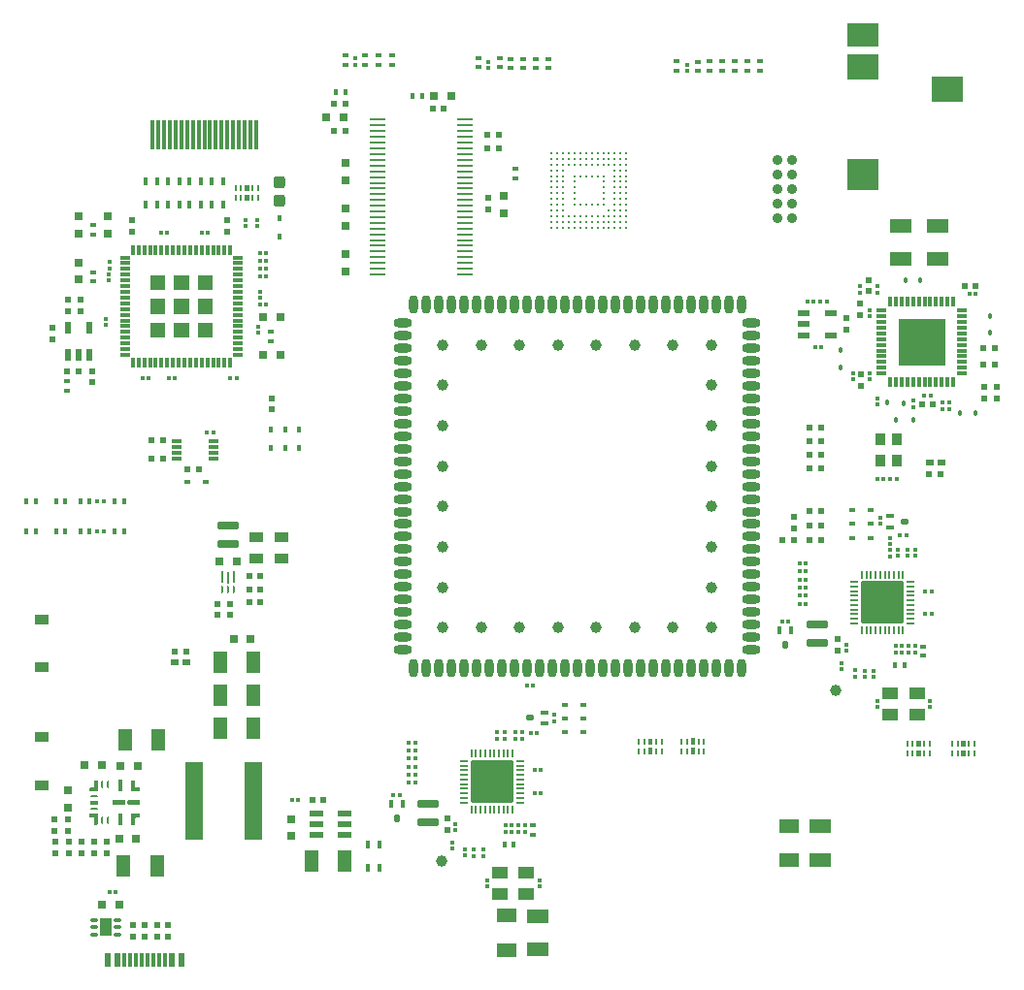
<source format=gtp>
G04*
G04 #@! TF.GenerationSoftware,Altium Limited,Altium Designer,18.1.6 (161)*
G04*
G04 Layer_Color=8421504*
%FSTAX24Y24*%
%MOIN*%
G70*
G01*
G75*
%ADD23C,0.0010*%
%ADD24R,0.0197X0.0236*%
%ADD25R,0.0118X0.0118*%
%ADD26R,0.0118X0.0118*%
%ADD27R,0.0580X0.0110*%
%ADD28R,0.0236X0.0197*%
%ADD29R,0.0520X0.0420*%
%ADD30R,0.0157X0.0197*%
%ADD31R,0.0200X0.0140*%
%ADD32R,0.0335X0.0118*%
%ADD33R,0.0315X0.0315*%
%ADD34R,0.0709X0.0512*%
%ADD35R,0.0728X0.0512*%
%ADD36R,0.0197X0.0157*%
%ADD37C,0.0394*%
G04:AMPARAMS|DCode=38|XSize=27.6mil|YSize=70.9mil|CornerRadius=4mil|HoleSize=0mil|Usage=FLASHONLY|Rotation=270.000|XOffset=0mil|YOffset=0mil|HoleType=Round|Shape=RoundedRectangle|*
%AMROUNDEDRECTD38*
21,1,0.0276,0.0629,0,0,270.0*
21,1,0.0196,0.0709,0,0,270.0*
1,1,0.0080,-0.0314,-0.0098*
1,1,0.0080,-0.0314,0.0098*
1,1,0.0080,0.0314,0.0098*
1,1,0.0080,0.0314,-0.0098*
%
%ADD38ROUNDEDRECTD38*%
G04:AMPARAMS|DCode=39|XSize=7.9mil|YSize=27.6mil|CornerRadius=2mil|HoleSize=0mil|Usage=FLASHONLY|Rotation=270.000|XOffset=0mil|YOffset=0mil|HoleType=Round|Shape=RoundedRectangle|*
%AMROUNDEDRECTD39*
21,1,0.0079,0.0236,0,0,270.0*
21,1,0.0039,0.0276,0,0,270.0*
1,1,0.0039,-0.0118,-0.0020*
1,1,0.0039,-0.0118,0.0020*
1,1,0.0039,0.0118,0.0020*
1,1,0.0039,0.0118,-0.0020*
%
%ADD39ROUNDEDRECTD39*%
G04:AMPARAMS|DCode=40|XSize=7.9mil|YSize=27.6mil|CornerRadius=2mil|HoleSize=0mil|Usage=FLASHONLY|Rotation=180.000|XOffset=0mil|YOffset=0mil|HoleType=Round|Shape=RoundedRectangle|*
%AMROUNDEDRECTD40*
21,1,0.0079,0.0236,0,0,180.0*
21,1,0.0039,0.0276,0,0,180.0*
1,1,0.0039,-0.0020,0.0118*
1,1,0.0039,0.0020,0.0118*
1,1,0.0039,0.0020,-0.0118*
1,1,0.0039,-0.0020,-0.0118*
%
%ADD40ROUNDEDRECTD40*%
G04:AMPARAMS|DCode=41|XSize=149.6mil|YSize=149.6mil|CornerRadius=12mil|HoleSize=0mil|Usage=FLASHONLY|Rotation=180.000|XOffset=0mil|YOffset=0mil|HoleType=Round|Shape=RoundedRectangle|*
%AMROUNDEDRECTD41*
21,1,0.1496,0.1257,0,0,180.0*
21,1,0.1257,0.1496,0,0,180.0*
1,1,0.0239,-0.0628,0.0628*
1,1,0.0239,0.0628,0.0628*
1,1,0.0239,0.0628,-0.0628*
1,1,0.0239,-0.0628,-0.0628*
%
%ADD41ROUNDEDRECTD41*%
G04:AMPARAMS|DCode=42|XSize=19.7mil|YSize=23.6mil|CornerRadius=2mil|HoleSize=0mil|Usage=FLASHONLY|Rotation=90.000|XOffset=0mil|YOffset=0mil|HoleType=Round|Shape=RoundedRectangle|*
%AMROUNDEDRECTD42*
21,1,0.0197,0.0197,0,0,90.0*
21,1,0.0157,0.0236,0,0,90.0*
1,1,0.0039,0.0098,0.0079*
1,1,0.0039,0.0098,-0.0079*
1,1,0.0039,-0.0098,-0.0079*
1,1,0.0039,-0.0098,0.0079*
%
%ADD42ROUNDEDRECTD42*%
G04:AMPARAMS|DCode=43|XSize=15.7mil|YSize=23.6mil|CornerRadius=2mil|HoleSize=0mil|Usage=FLASHONLY|Rotation=90.000|XOffset=0mil|YOffset=0mil|HoleType=Round|Shape=RoundedRectangle|*
%AMROUNDEDRECTD43*
21,1,0.0157,0.0197,0,0,90.0*
21,1,0.0118,0.0236,0,0,90.0*
1,1,0.0039,0.0098,0.0059*
1,1,0.0039,0.0098,-0.0059*
1,1,0.0039,-0.0098,-0.0059*
1,1,0.0039,-0.0098,0.0059*
%
%ADD43ROUNDEDRECTD43*%
G04:AMPARAMS|DCode=44|XSize=19.7mil|YSize=23.6mil|CornerRadius=2mil|HoleSize=0mil|Usage=FLASHONLY|Rotation=0.000|XOffset=0mil|YOffset=0mil|HoleType=Round|Shape=RoundedRectangle|*
%AMROUNDEDRECTD44*
21,1,0.0197,0.0197,0,0,0.0*
21,1,0.0157,0.0236,0,0,0.0*
1,1,0.0039,0.0079,-0.0098*
1,1,0.0039,-0.0079,-0.0098*
1,1,0.0039,-0.0079,0.0098*
1,1,0.0039,0.0079,0.0098*
%
%ADD44ROUNDEDRECTD44*%
G04:AMPARAMS|DCode=45|XSize=15.7mil|YSize=23.6mil|CornerRadius=2mil|HoleSize=0mil|Usage=FLASHONLY|Rotation=0.000|XOffset=0mil|YOffset=0mil|HoleType=Round|Shape=RoundedRectangle|*
%AMROUNDEDRECTD45*
21,1,0.0157,0.0197,0,0,0.0*
21,1,0.0118,0.0236,0,0,0.0*
1,1,0.0039,0.0059,-0.0098*
1,1,0.0039,-0.0059,-0.0098*
1,1,0.0039,-0.0059,0.0098*
1,1,0.0039,0.0059,0.0098*
%
%ADD45ROUNDEDRECTD45*%
G04:AMPARAMS|DCode=46|XSize=22.2mil|YSize=7.9mil|CornerRadius=1mil|HoleSize=0mil|Usage=FLASHONLY|Rotation=270.000|XOffset=0mil|YOffset=0mil|HoleType=Round|Shape=RoundedRectangle|*
%AMROUNDEDRECTD46*
21,1,0.0222,0.0059,0,0,270.0*
21,1,0.0203,0.0079,0,0,270.0*
1,1,0.0020,-0.0030,-0.0101*
1,1,0.0020,-0.0030,0.0101*
1,1,0.0020,0.0030,0.0101*
1,1,0.0020,0.0030,-0.0101*
%
%ADD46ROUNDEDRECTD46*%
%ADD47R,0.0197X0.0197*%
%ADD48R,0.0236X0.0197*%
%ADD49C,0.0350*%
%ADD50O,0.0630X0.0315*%
%ADD51O,0.0315X0.0630*%
%ADD52R,0.1110X0.1110*%
%ADD53R,0.1110X0.0870*%
%ADD54R,0.1110X0.0790*%
%ADD55R,0.0370X0.0410*%
%ADD56C,0.0180*%
%ADD57R,0.0340X0.0120*%
%ADD58R,0.0120X0.0340*%
%ADD59R,0.1640X0.1640*%
G04:AMPARAMS|DCode=60|XSize=11.8mil|YSize=23.6mil|CornerRadius=1.9mil|HoleSize=0mil|Usage=FLASHONLY|Rotation=90.000|XOffset=0mil|YOffset=0mil|HoleType=Round|Shape=RoundedRectangle|*
%AMROUNDEDRECTD60*
21,1,0.0118,0.0197,0,0,90.0*
21,1,0.0079,0.0236,0,0,90.0*
1,1,0.0039,0.0099,0.0040*
1,1,0.0039,0.0099,-0.0040*
1,1,0.0039,-0.0099,-0.0040*
1,1,0.0039,-0.0099,0.0040*
%
%ADD60ROUNDEDRECTD60*%
G04:AMPARAMS|DCode=61|XSize=39.4mil|YSize=63mil|CornerRadius=3.9mil|HoleSize=0mil|Usage=FLASHONLY|Rotation=0.000|XOffset=0mil|YOffset=0mil|HoleType=Round|Shape=RoundedRectangle|*
%AMROUNDEDRECTD61*
21,1,0.0394,0.0551,0,0,0.0*
21,1,0.0315,0.0630,0,0,0.0*
1,1,0.0079,0.0157,-0.0276*
1,1,0.0079,-0.0157,-0.0276*
1,1,0.0079,-0.0157,0.0276*
1,1,0.0079,0.0157,0.0276*
%
%ADD61ROUNDEDRECTD61*%
%ADD62R,0.0236X0.0453*%
%ADD63R,0.0118X0.0453*%
%ADD64R,0.0197X0.0236*%
%ADD65R,0.0630X0.2680*%
%ADD66R,0.0512X0.0728*%
G04:AMPARAMS|DCode=67|XSize=47.6mil|YSize=22.8mil|CornerRadius=2.9mil|HoleSize=0mil|Usage=FLASHONLY|Rotation=0.000|XOffset=0mil|YOffset=0mil|HoleType=Round|Shape=RoundedRectangle|*
%AMROUNDEDRECTD67*
21,1,0.0476,0.0171,0,0,0.0*
21,1,0.0419,0.0228,0,0,0.0*
1,1,0.0057,0.0210,-0.0086*
1,1,0.0057,-0.0210,-0.0086*
1,1,0.0057,-0.0210,0.0086*
1,1,0.0057,0.0210,0.0086*
%
%ADD67ROUNDEDRECTD67*%
G04:AMPARAMS|DCode=68|XSize=9.8mil|YSize=23.6mil|CornerRadius=2.5mil|HoleSize=0mil|Usage=FLASHONLY|Rotation=0.000|XOffset=0mil|YOffset=0mil|HoleType=Round|Shape=RoundedRectangle|*
%AMROUNDEDRECTD68*
21,1,0.0098,0.0187,0,0,0.0*
21,1,0.0049,0.0236,0,0,0.0*
1,1,0.0049,0.0025,-0.0094*
1,1,0.0049,-0.0025,-0.0094*
1,1,0.0049,-0.0025,0.0094*
1,1,0.0049,0.0025,0.0094*
%
%ADD68ROUNDEDRECTD68*%
%ADD69R,0.0079X0.0394*%
%ADD70R,0.0250X0.0200*%
G04:AMPARAMS|DCode=71|XSize=27.6mil|YSize=11.8mil|CornerRadius=3mil|HoleSize=0mil|Usage=FLASHONLY|Rotation=0.000|XOffset=0mil|YOffset=0mil|HoleType=Round|Shape=RoundedRectangle|*
%AMROUNDEDRECTD71*
21,1,0.0276,0.0059,0,0,0.0*
21,1,0.0217,0.0118,0,0,0.0*
1,1,0.0059,0.0108,-0.0030*
1,1,0.0059,-0.0108,-0.0030*
1,1,0.0059,-0.0108,0.0030*
1,1,0.0059,0.0108,0.0030*
%
%ADD71ROUNDEDRECTD71*%
G04:AMPARAMS|DCode=72|XSize=27.6mil|YSize=9.8mil|CornerRadius=2.5mil|HoleSize=0mil|Usage=FLASHONLY|Rotation=90.000|XOffset=0mil|YOffset=0mil|HoleType=Round|Shape=RoundedRectangle|*
%AMROUNDEDRECTD72*
21,1,0.0276,0.0049,0,0,90.0*
21,1,0.0226,0.0098,0,0,90.0*
1,1,0.0049,0.0025,0.0113*
1,1,0.0049,0.0025,-0.0113*
1,1,0.0049,-0.0025,-0.0113*
1,1,0.0049,-0.0025,0.0113*
%
%ADD72ROUNDEDRECTD72*%
G04:AMPARAMS|DCode=73|XSize=27.6mil|YSize=9.8mil|CornerRadius=2.5mil|HoleSize=0mil|Usage=FLASHONLY|Rotation=0.000|XOffset=0mil|YOffset=0mil|HoleType=Round|Shape=RoundedRectangle|*
%AMROUNDEDRECTD73*
21,1,0.0276,0.0049,0,0,0.0*
21,1,0.0226,0.0098,0,0,0.0*
1,1,0.0049,0.0113,-0.0025*
1,1,0.0049,-0.0113,-0.0025*
1,1,0.0049,-0.0113,0.0025*
1,1,0.0049,0.0113,0.0025*
%
%ADD73ROUNDEDRECTD73*%
G04:AMPARAMS|DCode=74|XSize=39.4mil|YSize=15.7mil|CornerRadius=3.9mil|HoleSize=0mil|Usage=FLASHONLY|Rotation=90.000|XOffset=0mil|YOffset=0mil|HoleType=Round|Shape=RoundedRectangle|*
%AMROUNDEDRECTD74*
21,1,0.0394,0.0079,0,0,90.0*
21,1,0.0315,0.0157,0,0,90.0*
1,1,0.0079,0.0039,0.0157*
1,1,0.0079,0.0039,-0.0157*
1,1,0.0079,-0.0039,-0.0157*
1,1,0.0079,-0.0039,0.0157*
%
%ADD74ROUNDEDRECTD74*%
%ADD75R,0.0315X0.0315*%
%ADD76R,0.0197X0.0197*%
%ADD77R,0.0512X0.0354*%
%ADD78R,0.0137X0.0297*%
%ADD79R,0.0500X0.0350*%
%ADD80R,0.0394X0.0236*%
%ADD81R,0.0236X0.0394*%
%ADD82R,0.0118X0.1024*%
%ADD83C,0.0098*%
G04:AMPARAMS|DCode=84|XSize=33.1mil|YSize=10.6mil|CornerRadius=1.3mil|HoleSize=0mil|Usage=FLASHONLY|Rotation=90.000|XOffset=0mil|YOffset=0mil|HoleType=Round|Shape=RoundedRectangle|*
%AMROUNDEDRECTD84*
21,1,0.0331,0.0080,0,0,90.0*
21,1,0.0304,0.0106,0,0,90.0*
1,1,0.0027,0.0040,0.0152*
1,1,0.0027,0.0040,-0.0152*
1,1,0.0027,-0.0040,-0.0152*
1,1,0.0027,-0.0040,0.0152*
%
%ADD84ROUNDEDRECTD84*%
G04:AMPARAMS|DCode=85|XSize=33.1mil|YSize=10.6mil|CornerRadius=1.3mil|HoleSize=0mil|Usage=FLASHONLY|Rotation=0.000|XOffset=0mil|YOffset=0mil|HoleType=Round|Shape=RoundedRectangle|*
%AMROUNDEDRECTD85*
21,1,0.0331,0.0080,0,0,0.0*
21,1,0.0304,0.0106,0,0,0.0*
1,1,0.0027,0.0152,-0.0040*
1,1,0.0027,-0.0152,-0.0040*
1,1,0.0027,-0.0152,0.0040*
1,1,0.0027,0.0152,0.0040*
%
%ADD85ROUNDEDRECTD85*%
%ADD86R,0.0140X0.0200*%
G04:AMPARAMS|DCode=87|XSize=39.4mil|YSize=39.4mil|CornerRadius=7.9mil|HoleSize=0mil|Usage=FLASHONLY|Rotation=90.000|XOffset=0mil|YOffset=0mil|HoleType=Round|Shape=RoundedRectangle|*
%AMROUNDEDRECTD87*
21,1,0.0394,0.0236,0,0,90.0*
21,1,0.0236,0.0394,0,0,90.0*
1,1,0.0157,0.0118,0.0118*
1,1,0.0157,0.0118,-0.0118*
1,1,0.0157,-0.0118,-0.0118*
1,1,0.0157,-0.0118,0.0118*
%
%ADD87ROUNDEDRECTD87*%
G36*
X031104Y021437D02*
X031106Y021437D01*
X031109Y021437D01*
X031111Y021436D01*
X031113Y021436D01*
X031115Y021435D01*
X031116Y021434D01*
X031118Y021434D01*
X03112Y021433D01*
X031122Y021432D01*
X031124Y021431D01*
X031126Y021429D01*
X031127Y021428D01*
X031129Y021427D01*
X03113Y021425D01*
X031132Y021424D01*
X031133Y021422D01*
X031134Y021421D01*
X031135Y021419D01*
X031136Y021417D01*
X031137Y021416D01*
X031138Y021414D01*
X031139Y021412D01*
X03114Y02141D01*
X03114Y021408D01*
X031141Y021406D01*
X031141Y021404D01*
X031142Y021402D01*
X031142Y0214D01*
X031142Y021398D01*
Y021063D01*
X031142Y021062D01*
X031142Y021061D01*
X031141Y02106D01*
X031141Y021059D01*
X031141Y021058D01*
X031141Y021057D01*
X03114Y021056D01*
X03114Y021055D01*
X03114Y021054D01*
X031139Y021053D01*
X031139Y021052D01*
X031138Y021051D01*
X031137Y021051D01*
X031137Y02105D01*
X031136Y021049D01*
X031135Y021048D01*
X031134Y021048D01*
X031134Y021047D01*
X031133Y021046D01*
X031132Y021046D01*
X031131Y021045D01*
X03113Y021045D01*
X031129Y021045D01*
X031128Y021044D01*
X031127Y021044D01*
X031126Y021044D01*
X031125Y021044D01*
X031124Y021043D01*
X031123Y021043D01*
X031122Y021043D01*
X031043D01*
X031042Y021043D01*
X031041Y021043D01*
X03104Y021044D01*
X031039Y021044D01*
X031038Y021044D01*
X031037Y021044D01*
X031036Y021045D01*
X031035Y021045D01*
X031034Y021045D01*
X031033Y021046D01*
X031033Y021046D01*
X031032Y021047D01*
X031031Y021048D01*
X03103Y021048D01*
X031029Y021049D01*
X031029Y02105D01*
X031028Y021051D01*
X031027Y021051D01*
X031027Y021052D01*
X031026Y021053D01*
X031026Y021054D01*
X031025Y021055D01*
X031025Y021056D01*
X031025Y021057D01*
X031024Y021058D01*
X031024Y021059D01*
X031024Y02106D01*
X031024Y021061D01*
X031024Y021062D01*
X031024Y021063D01*
Y02124D01*
X031024Y021243D01*
X031023Y021246D01*
X031023Y021249D01*
X031022Y021252D01*
X031022Y021255D01*
X031021Y021258D01*
X03102Y021261D01*
X031019Y021264D01*
X031017Y021267D01*
X031016Y02127D01*
X031014Y021272D01*
X031012Y021275D01*
X03101Y021277D01*
X031008Y02128D01*
X031006Y021282D01*
X031004Y021284D01*
X031002Y021286D01*
X030999Y021288D01*
X030997Y02129D01*
X030994Y021291D01*
X030991Y021293D01*
X030989Y021294D01*
X030986Y021295D01*
X030983Y021296D01*
X03098Y021297D01*
X030977Y021298D01*
X030974Y021298D01*
X030971Y021299D01*
X030968Y021299D01*
X030965Y021299D01*
X030886D01*
X030885Y021299D01*
X030884Y021299D01*
X030883Y021299D01*
X030882Y0213D01*
X030881Y0213D01*
X03088Y0213D01*
X030879Y021301D01*
X030878Y021301D01*
X030877Y021301D01*
X030876Y021302D01*
X030875Y021302D01*
X030874Y021303D01*
X030873Y021304D01*
X030873Y021304D01*
X030872Y021305D01*
X030871Y021306D01*
X030871Y021307D01*
X03087Y021307D01*
X030869Y021308D01*
X030869Y021309D01*
X030868Y02131D01*
X030868Y021311D01*
X030867Y021312D01*
X030867Y021313D01*
X030867Y021314D01*
X030867Y021315D01*
X030866Y021316D01*
X030866Y021317D01*
X030866Y021318D01*
X030866Y021319D01*
Y021417D01*
X030866Y021418D01*
X030866Y021419D01*
X030866Y02142D01*
X030867Y021421D01*
X030867Y021422D01*
X030867Y021423D01*
X030867Y021424D01*
X030868Y021425D01*
X030868Y021426D01*
X030869Y021427D01*
X030869Y021428D01*
X03087Y021429D01*
X030871Y02143D01*
X030871Y02143D01*
X030872Y021431D01*
X030873Y021432D01*
X030873Y021433D01*
X030874Y021433D01*
X030875Y021434D01*
X030876Y021434D01*
X030877Y021435D01*
X030878Y021435D01*
X030879Y021436D01*
X03088Y021436D01*
X030881Y021436D01*
X030882Y021437D01*
X030883Y021437D01*
X030884Y021437D01*
X030885Y021437D01*
X030886Y021437D01*
X031102D01*
X031104Y021437D01*
D02*
G37*
G36*
X031123Y022579D02*
X031124Y022579D01*
X031125Y022578D01*
X031126Y022578D01*
X031127Y022578D01*
X031128Y022578D01*
X031129Y022577D01*
X03113Y022577D01*
X031131Y022577D01*
X031132Y022576D01*
X031133Y022576D01*
X031134Y022575D01*
X031134Y022574D01*
X031135Y022574D01*
X031136Y022573D01*
X031137Y022572D01*
X031137Y022571D01*
X031138Y022571D01*
X031139Y02257D01*
X031139Y022569D01*
X03114Y022568D01*
X03114Y022567D01*
X03114Y022566D01*
X031141Y022565D01*
X031141Y022564D01*
X031141Y022563D01*
X031141Y022562D01*
X031142Y022561D01*
X031142Y02256D01*
X031142Y022559D01*
Y022205D01*
X031142Y022204D01*
X031142Y022203D01*
X031141Y022202D01*
X031141Y022201D01*
X031141Y0222D01*
X031141Y022199D01*
X03114Y022198D01*
X03114Y022197D01*
X03114Y022196D01*
X031139Y022195D01*
X031139Y022194D01*
X031138Y022193D01*
X031137Y022192D01*
X031137Y022192D01*
X031136Y022191D01*
X031135Y02219D01*
X031134Y022189D01*
X031134Y022189D01*
X031133Y022188D01*
X031132Y022188D01*
X031131Y022187D01*
X03113Y022187D01*
X031129Y022186D01*
X031128Y022186D01*
X031127Y022186D01*
X031126Y022185D01*
X031125Y022185D01*
X031124Y022185D01*
X031123Y022185D01*
X031122Y022185D01*
X030886D01*
X030885Y022185D01*
X030884Y022185D01*
X030883Y022185D01*
X030882Y022185D01*
X030881Y022186D01*
X03088Y022186D01*
X030879Y022186D01*
X030878Y022187D01*
X030877Y022187D01*
X030876Y022188D01*
X030875Y022188D01*
X030874Y022189D01*
X030873Y022189D01*
X030873Y02219D01*
X030872Y022191D01*
X030871Y022192D01*
X030871Y022192D01*
X03087Y022193D01*
X030869Y022194D01*
X030869Y022195D01*
X030868Y022196D01*
X030868Y022197D01*
X030867Y022198D01*
X030867Y022199D01*
X030867Y0222D01*
X030867Y022201D01*
X030866Y022202D01*
X030866Y022203D01*
X030866Y022204D01*
X030866Y022205D01*
Y022303D01*
X030866Y022304D01*
X030866Y022305D01*
X030866Y022306D01*
X030867Y022307D01*
X030867Y022308D01*
X030867Y022309D01*
X030867Y02231D01*
X030868Y022311D01*
X030868Y022312D01*
X030869Y022313D01*
X030869Y022314D01*
X03087Y022315D01*
X030871Y022316D01*
X030871Y022316D01*
X030872Y022317D01*
X030873Y022318D01*
X030873Y022318D01*
X030874Y022319D01*
X030875Y02232D01*
X030876Y02232D01*
X030877Y022321D01*
X030878Y022321D01*
X030879Y022322D01*
X03088Y022322D01*
X030881Y022322D01*
X030882Y022322D01*
X030883Y022323D01*
X030884Y022323D01*
X030885Y022323D01*
X030886Y022323D01*
X030965D01*
X030968Y022323D01*
X030971Y022323D01*
X030974Y022324D01*
X030977Y022324D01*
X03098Y022325D01*
X030983Y022326D01*
X030986Y022327D01*
X030989Y022328D01*
X030991Y022329D01*
X030994Y022331D01*
X030997Y022332D01*
X030999Y022334D01*
X031002Y022336D01*
X031004Y022338D01*
X031006Y02234D01*
X031008Y022342D01*
X03101Y022345D01*
X031012Y022347D01*
X031014Y02235D01*
X031016Y022352D01*
X031017Y022355D01*
X031019Y022358D01*
X03102Y022361D01*
X031021Y022364D01*
X031022Y022367D01*
X031022Y02237D01*
X031023Y022373D01*
X031023Y022376D01*
X031024Y022379D01*
X031024Y022382D01*
Y022559D01*
X031024Y02256D01*
X031024Y022561D01*
X031024Y022562D01*
X031024Y022563D01*
X031024Y022564D01*
X031025Y022565D01*
X031025Y022566D01*
X031025Y022567D01*
X031026Y022568D01*
X031026Y022569D01*
X031027Y02257D01*
X031027Y022571D01*
X031028Y022571D01*
X031029Y022572D01*
X031029Y022573D01*
X03103Y022574D01*
X031031Y022574D01*
X031032Y022575D01*
X031033Y022576D01*
X031033Y022576D01*
X031034Y022577D01*
X031035Y022577D01*
X031036Y022577D01*
X031037Y022578D01*
X031038Y022578D01*
X031039Y022578D01*
X03104Y022578D01*
X031041Y022579D01*
X031042Y022579D01*
X031043Y022579D01*
X031122D01*
X031123Y022579D01*
D02*
G37*
G36*
X032049Y02189D02*
X032051Y02189D01*
X032053Y021889D01*
X032055Y021889D01*
X032057Y021888D01*
X032059Y021888D01*
X032061Y021887D01*
X032063Y021886D01*
X032065Y021885D01*
X032067Y021884D01*
X032069Y021883D01*
X03207Y021882D01*
X032072Y021881D01*
X032074Y02188D01*
X032075Y021878D01*
X032076Y021877D01*
X032078Y021875D01*
X032079Y021874D01*
X03208Y021872D01*
X032081Y02187D01*
X032082Y021868D01*
X032083Y021866D01*
X032084Y021865D01*
X032085Y021863D01*
X032085Y021861D01*
X032086Y021859D01*
X032086Y021857D01*
X032086Y021855D01*
X032087Y021852D01*
X032087Y02185D01*
Y021772D01*
X032087Y02177D01*
X032086Y021768D01*
X032086Y021765D01*
X032086Y021763D01*
X032085Y021761D01*
X032085Y021759D01*
X032084Y021758D01*
X032083Y021756D01*
X032082Y021754D01*
X032081Y021752D01*
X03208Y02175D01*
X032079Y021749D01*
X032078Y021747D01*
X032076Y021745D01*
X032075Y021744D01*
X032074Y021742D01*
X032072Y021741D01*
X03207Y02174D01*
X032069Y021739D01*
X032067Y021738D01*
X032065Y021737D01*
X032063Y021736D01*
X032061Y021735D01*
X032059Y021734D01*
X032057Y021734D01*
X032055Y021733D01*
X032053Y021733D01*
X032051Y021732D01*
X032049Y021732D01*
X032047Y021732D01*
X031693D01*
X031691Y021732D01*
X031689Y021732D01*
X031687Y021733D01*
X031685Y021733D01*
X031683Y021734D01*
X031681Y021734D01*
X031679Y021735D01*
X031677Y021736D01*
X031675Y021737D01*
X031673Y021738D01*
X031671Y021739D01*
X03167Y02174D01*
X031668Y021741D01*
X031667Y021742D01*
X031665Y021744D01*
X031664Y021745D01*
X031662Y021747D01*
X031661Y021749D01*
X03166Y02175D01*
X031659Y021752D01*
X031658Y021754D01*
X031657Y021756D01*
X031656Y021758D01*
X031655Y021759D01*
X031655Y021761D01*
X031654Y021763D01*
X031654Y021765D01*
X031654Y021768D01*
X031654Y02177D01*
X031654Y021772D01*
Y02185D01*
X031654Y021852D01*
X031654Y021855D01*
X031654Y021857D01*
X031654Y021859D01*
X031655Y021861D01*
X031655Y021863D01*
X031656Y021865D01*
X031657Y021866D01*
X031658Y021868D01*
X031659Y02187D01*
X03166Y021872D01*
X031661Y021874D01*
X031662Y021875D01*
X031664Y021877D01*
X031665Y021878D01*
X031667Y02188D01*
X031668Y021881D01*
X03167Y021882D01*
X031671Y021883D01*
X031673Y021884D01*
X031675Y021885D01*
X031677Y021886D01*
X031679Y021887D01*
X031681Y021888D01*
X031683Y021888D01*
X031685Y021889D01*
X031687Y021889D01*
X031689Y02189D01*
X031691Y02189D01*
X031693Y02189D01*
X032047D01*
X032049Y02189D01*
D02*
G37*
G36*
X03258Y021437D02*
X032581Y021437D01*
X032582Y021437D01*
X032583Y021437D01*
X032584Y021436D01*
X032585Y021436D01*
X032586Y021436D01*
X032587Y021435D01*
X032588Y021435D01*
X032589Y021434D01*
X032589Y021434D01*
X03259Y021433D01*
X032591Y021433D01*
X032592Y021432D01*
X032593Y021431D01*
X032593Y02143D01*
X032594Y02143D01*
X032595Y021429D01*
X032595Y021428D01*
X032596Y021427D01*
X032596Y021426D01*
X032597Y021425D01*
X032597Y021424D01*
X032597Y021423D01*
X032598Y021422D01*
X032598Y021421D01*
X032598Y02142D01*
X032598Y021419D01*
X032598Y021418D01*
X032598Y021417D01*
Y021319D01*
X032598Y021318D01*
X032598Y021317D01*
X032598Y021316D01*
X032598Y021315D01*
X032598Y021314D01*
X032597Y021313D01*
X032597Y021312D01*
X032597Y021311D01*
X032596Y02131D01*
X032596Y021309D01*
X032595Y021308D01*
X032595Y021307D01*
X032594Y021307D01*
X032593Y021306D01*
X032593Y021305D01*
X032592Y021304D01*
X032591Y021304D01*
X03259Y021303D01*
X032589Y021302D01*
X032589Y021302D01*
X032588Y021301D01*
X032587Y021301D01*
X032586Y021301D01*
X032585Y0213D01*
X032584Y0213D01*
X032583Y0213D01*
X032582Y021299D01*
X032581Y021299D01*
X03258Y021299D01*
X032579Y021299D01*
X03248D01*
X032477Y021299D01*
X032474Y021299D01*
X032471Y021298D01*
X032468Y021298D01*
X032465Y021297D01*
X032462Y021296D01*
X032459Y021295D01*
X032456Y021294D01*
X032453Y021293D01*
X032451Y021291D01*
X032448Y02129D01*
X032446Y021288D01*
X032443Y021286D01*
X032441Y021284D01*
X032439Y021282D01*
X032436Y02128D01*
X032434Y021277D01*
X032433Y021275D01*
X032431Y021272D01*
X032429Y02127D01*
X032428Y021267D01*
X032426Y021264D01*
X032425Y021261D01*
X032424Y021258D01*
X032423Y021255D01*
X032423Y021252D01*
X032422Y021249D01*
X032422Y021246D01*
X032421Y021243D01*
X032421Y02124D01*
Y021063D01*
X032421Y021062D01*
X032421Y021061D01*
X032421Y02106D01*
X032421Y021059D01*
X032421Y021058D01*
X03242Y021057D01*
X03242Y021056D01*
X03242Y021055D01*
X032419Y021054D01*
X032419Y021053D01*
X032418Y021052D01*
X032418Y021051D01*
X032417Y021051D01*
X032416Y02105D01*
X032415Y021049D01*
X032415Y021048D01*
X032414Y021048D01*
X032413Y021047D01*
X032412Y021046D01*
X032411Y021046D01*
X032411Y021045D01*
X03241Y021045D01*
X032409Y021045D01*
X032408Y021044D01*
X032407Y021044D01*
X032406Y021044D01*
X032405Y021044D01*
X032404Y021043D01*
X032403Y021043D01*
X032402Y021043D01*
X032303D01*
X032302Y021043D01*
X032301Y021043D01*
X0323Y021044D01*
X032299Y021044D01*
X032298Y021044D01*
X032297Y021044D01*
X032296Y021045D01*
X032295Y021045D01*
X032294Y021045D01*
X032293Y021046D01*
X032292Y021046D01*
X032292Y021047D01*
X032291Y021048D01*
X03229Y021048D01*
X032289Y021049D01*
X032289Y02105D01*
X032288Y021051D01*
X032287Y021051D01*
X032287Y021052D01*
X032286Y021053D01*
X032286Y021054D01*
X032285Y021055D01*
X032285Y021056D01*
X032284Y021057D01*
X032284Y021058D01*
X032284Y021059D01*
X032284Y02106D01*
X032284Y021061D01*
X032283Y021062D01*
X032283Y021063D01*
Y021417D01*
X032283Y021418D01*
X032284Y021419D01*
X032284Y02142D01*
X032284Y021421D01*
X032284Y021422D01*
X032284Y021423D01*
X032285Y021424D01*
X032285Y021425D01*
X032286Y021426D01*
X032286Y021427D01*
X032287Y021428D01*
X032287Y021429D01*
X032288Y02143D01*
X032289Y02143D01*
X032289Y021431D01*
X03229Y021432D01*
X032291Y021433D01*
X032292Y021433D01*
X032292Y021434D01*
X032293Y021434D01*
X032294Y021435D01*
X032295Y021435D01*
X032296Y021436D01*
X032297Y021436D01*
X032298Y021436D01*
X032299Y021437D01*
X0323Y021437D01*
X032301Y021437D01*
X032302Y021437D01*
X032303Y021437D01*
X032579D01*
X03258Y021437D01*
D02*
G37*
G36*
X032561Y02189D02*
X032563Y02189D01*
X032565Y021889D01*
X032567Y021889D01*
X032569Y021888D01*
X032571Y021888D01*
X032573Y021887D01*
X032575Y021886D01*
X032577Y021885D01*
X032579Y021884D01*
X03258Y021883D01*
X032582Y021882D01*
X032584Y021881D01*
X032585Y02188D01*
X032587Y021878D01*
X032588Y021877D01*
X03259Y021875D01*
X032591Y021874D01*
X032592Y021872D01*
X032593Y02187D01*
X032594Y021868D01*
X032595Y021866D01*
X032596Y021865D01*
X032596Y021863D01*
X032597Y021861D01*
X032598Y021859D01*
X032598Y021857D01*
X032598Y021855D01*
X032598Y021852D01*
X032598Y02185D01*
Y021772D01*
X032598Y02177D01*
X032598Y021768D01*
X032598Y021765D01*
X032598Y021763D01*
X032597Y021761D01*
X032596Y021759D01*
X032596Y021758D01*
X032595Y021756D01*
X032594Y021754D01*
X032593Y021752D01*
X032592Y02175D01*
X032591Y021749D01*
X03259Y021747D01*
X032588Y021745D01*
X032587Y021744D01*
X032585Y021742D01*
X032584Y021741D01*
X032582Y02174D01*
X03258Y021739D01*
X032579Y021738D01*
X032577Y021737D01*
X032575Y021736D01*
X032573Y021735D01*
X032571Y021734D01*
X032569Y021734D01*
X032567Y021733D01*
X032565Y021733D01*
X032563Y021732D01*
X032561Y021732D01*
X032559Y021732D01*
X032205D01*
X032203Y021732D01*
X032201Y021732D01*
X032199Y021733D01*
X032197Y021733D01*
X032195Y021734D01*
X032193Y021734D01*
X032191Y021735D01*
X032189Y021736D01*
X032187Y021737D01*
X032185Y021738D01*
X032183Y021739D01*
X032182Y02174D01*
X03218Y021741D01*
X032178Y021742D01*
X032177Y021744D01*
X032175Y021745D01*
X032174Y021747D01*
X032173Y021749D01*
X032172Y02175D01*
X032171Y021752D01*
X03217Y021754D01*
X032169Y021756D01*
X032168Y021758D01*
X032167Y021759D01*
X032167Y021761D01*
X032166Y021763D01*
X032166Y021765D01*
X032166Y021768D01*
X032165Y02177D01*
X032165Y021772D01*
Y02185D01*
X032165Y021852D01*
X032166Y021855D01*
X032166Y021857D01*
X032166Y021859D01*
X032167Y021861D01*
X032167Y021863D01*
X032168Y021865D01*
X032169Y021866D01*
X03217Y021868D01*
X032171Y02187D01*
X032172Y021872D01*
X032173Y021874D01*
X032174Y021875D01*
X032175Y021877D01*
X032177Y021878D01*
X032178Y02188D01*
X03218Y021881D01*
X032182Y021882D01*
X032183Y021883D01*
X032185Y021884D01*
X032187Y021885D01*
X032189Y021886D01*
X032191Y021887D01*
X032193Y021888D01*
X032195Y021888D01*
X032197Y021889D01*
X032199Y021889D01*
X032201Y02189D01*
X032203Y02189D01*
X032205Y02189D01*
X032559D01*
X032561Y02189D01*
D02*
G37*
G36*
X032403Y022579D02*
X032404Y022579D01*
X032405Y022578D01*
X032406Y022578D01*
X032407Y022578D01*
X032408Y022578D01*
X032409Y022577D01*
X03241Y022577D01*
X032411Y022577D01*
X032411Y022576D01*
X032412Y022576D01*
X032413Y022575D01*
X032414Y022574D01*
X032415Y022574D01*
X032415Y022573D01*
X032416Y022572D01*
X032417Y022571D01*
X032418Y022571D01*
X032418Y02257D01*
X032419Y022569D01*
X032419Y022568D01*
X03242Y022567D01*
X03242Y022566D01*
X03242Y022565D01*
X032421Y022564D01*
X032421Y022563D01*
X032421Y022562D01*
X032421Y022561D01*
X032421Y02256D01*
X032421Y022559D01*
Y022382D01*
X032421Y022379D01*
X032422Y022376D01*
X032422Y022373D01*
X032423Y02237D01*
X032423Y022367D01*
X032424Y022364D01*
X032425Y022361D01*
X032426Y022358D01*
X032428Y022355D01*
X032429Y022352D01*
X032431Y02235D01*
X032433Y022347D01*
X032434Y022345D01*
X032436Y022342D01*
X032439Y02234D01*
X032441Y022338D01*
X032443Y022336D01*
X032446Y022334D01*
X032448Y022332D01*
X032451Y022331D01*
X032453Y022329D01*
X032456Y022328D01*
X032459Y022327D01*
X032462Y022326D01*
X032465Y022325D01*
X032468Y022324D01*
X032471Y022324D01*
X032474Y022323D01*
X032477Y022323D01*
X03248Y022323D01*
X032579D01*
X03258Y022323D01*
X032581Y022323D01*
X032582Y022323D01*
X032583Y022322D01*
X032584Y022322D01*
X032585Y022322D01*
X032586Y022322D01*
X032587Y022321D01*
X032588Y022321D01*
X032589Y02232D01*
X032589Y02232D01*
X03259Y022319D01*
X032591Y022318D01*
X032592Y022318D01*
X032593Y022317D01*
X032593Y022316D01*
X032594Y022316D01*
X032595Y022315D01*
X032595Y022314D01*
X032596Y022313D01*
X032596Y022312D01*
X032597Y022311D01*
X032597Y02231D01*
X032597Y022309D01*
X032598Y022308D01*
X032598Y022307D01*
X032598Y022306D01*
X032598Y022305D01*
X032598Y022304D01*
X032598Y022303D01*
Y022205D01*
X032598Y022204D01*
X032598Y022203D01*
X032598Y022202D01*
X032598Y022201D01*
X032598Y0222D01*
X032597Y022199D01*
X032597Y022198D01*
X032597Y022197D01*
X032596Y022196D01*
X032596Y022195D01*
X032595Y022194D01*
X032595Y022193D01*
X032594Y022192D01*
X032593Y022192D01*
X032593Y022191D01*
X032592Y02219D01*
X032591Y022189D01*
X03259Y022189D01*
X032589Y022188D01*
X032589Y022188D01*
X032588Y022187D01*
X032587Y022187D01*
X032586Y022186D01*
X032585Y022186D01*
X032584Y022186D01*
X032583Y022185D01*
X032582Y022185D01*
X032581Y022185D01*
X03258Y022185D01*
X032579Y022185D01*
X032303D01*
X032302Y022185D01*
X032301Y022185D01*
X0323Y022185D01*
X032299Y022185D01*
X032298Y022186D01*
X032297Y022186D01*
X032296Y022186D01*
X032295Y022187D01*
X032294Y022187D01*
X032293Y022188D01*
X032292Y022188D01*
X032292Y022189D01*
X032291Y022189D01*
X03229Y02219D01*
X032289Y022191D01*
X032289Y022192D01*
X032288Y022192D01*
X032287Y022193D01*
X032287Y022194D01*
X032286Y022195D01*
X032286Y022196D01*
X032285Y022197D01*
X032285Y022198D01*
X032284Y022199D01*
X032284Y0222D01*
X032284Y022201D01*
X032284Y022202D01*
X032284Y022203D01*
X032283Y022204D01*
X032283Y022205D01*
Y022559D01*
X032283Y02256D01*
X032284Y022561D01*
X032284Y022562D01*
X032284Y022563D01*
X032284Y022564D01*
X032284Y022565D01*
X032285Y022566D01*
X032285Y022567D01*
X032286Y022568D01*
X032286Y022569D01*
X032287Y02257D01*
X032287Y022571D01*
X032288Y022571D01*
X032289Y022572D01*
X032289Y022573D01*
X03229Y022574D01*
X032291Y022574D01*
X032292Y022575D01*
X032292Y022576D01*
X032293Y022576D01*
X032294Y022577D01*
X032295Y022577D01*
X032296Y022577D01*
X032297Y022578D01*
X032298Y022578D01*
X032299Y022578D01*
X0323Y022578D01*
X032301Y022579D01*
X032302Y022579D01*
X032303Y022579D01*
X032402D01*
X032403Y022579D01*
D02*
G37*
G36*
X034278Y039427D02*
X033766D01*
Y039939D01*
X034278D01*
Y039427D01*
D02*
G37*
G36*
X033463D02*
X032951D01*
Y039939D01*
X033463D01*
Y039427D01*
D02*
G37*
G36*
X034278Y038612D02*
X033766D01*
Y039124D01*
X034278D01*
Y038612D01*
D02*
G37*
G36*
X033463D02*
X032951D01*
Y039124D01*
X033463D01*
Y038612D01*
D02*
G37*
G36*
X034278Y037798D02*
X033766D01*
Y038309D01*
X034278D01*
Y037798D01*
D02*
G37*
G36*
X033463D02*
X032951D01*
Y038309D01*
X033463D01*
Y037798D01*
D02*
G37*
G36*
X050189Y023474D02*
Y023473D01*
X050188Y023472D01*
Y023471D01*
X050188Y02347D01*
X050187Y023469D01*
X050187Y023468D01*
X050186Y023468D01*
X050186Y023467D01*
X050185Y023466D01*
X050185Y023465D01*
X050184Y023464D01*
X050183Y023464D01*
X050182Y023463D01*
X050181Y023462D01*
X050181Y023462D01*
X05018Y023461D01*
X050179Y02346D01*
X050178Y02346D01*
X050177Y023459D01*
X050176Y023459D01*
X050175Y023458D01*
X050174D01*
X050173Y023458D01*
X050172D01*
X050171Y023458D01*
X05017D01*
X050169D01*
X050067D01*
X050066D01*
X050065D01*
X050064Y023458D01*
X050063D01*
X050062Y023458D01*
X050061D01*
X05006Y023459D01*
X050059Y023459D01*
X050058Y02346D01*
X050057Y02346D01*
X050056Y023461D01*
X050056Y023462D01*
X050055Y023462D01*
X050054Y023463D01*
X050053Y023464D01*
X050052Y023464D01*
X050052Y023465D01*
X050051Y023466D01*
X05005Y023467D01*
X05005Y023468D01*
X050049Y023468D01*
X050049Y023469D01*
X050048Y02347D01*
X050048Y023471D01*
Y023472D01*
X050048Y023473D01*
Y023474D01*
X050047Y023475D01*
Y023662D01*
X050048Y023664D01*
Y023664D01*
X050048Y023666D01*
Y023666D01*
X050048Y023668D01*
X050049Y023668D01*
X050049Y023669D01*
X05005Y02367D01*
X05005Y023671D01*
X050051Y023672D01*
X050052Y023673D01*
X050052Y023673D01*
X050053Y023674D01*
X050054Y023675D01*
X050055Y023676D01*
X050056Y023676D01*
X050056Y023677D01*
X050057Y023677D01*
X050058Y023678D01*
X050059Y023679D01*
X05006Y023679D01*
X050061Y023679D01*
X050062D01*
X050063Y02368D01*
X050064D01*
X050065Y02368D01*
X050066D01*
X050067D01*
X050169D01*
X05017D01*
X050171D01*
X050172Y02368D01*
X050173D01*
X050174Y023679D01*
X050175D01*
X050176Y023679D01*
X050177Y023679D01*
X050178Y023678D01*
X050179Y023677D01*
X05018Y023677D01*
X050181Y023676D01*
X050181Y023676D01*
X050182Y023675D01*
X050183Y023674D01*
X050184Y023673D01*
X050185Y023673D01*
X050185Y023672D01*
X050186Y023671D01*
X050186Y02367D01*
X050187Y023669D01*
X050187Y023668D01*
X050188Y023668D01*
X050188Y023666D01*
Y023666D01*
X050189Y023664D01*
Y023664D01*
X050189Y023662D01*
Y023475D01*
X050189Y023474D01*
D02*
G37*
G36*
Y023803D02*
Y023802D01*
X050188Y023801D01*
Y0238D01*
X050188Y023799D01*
X050187Y023798D01*
X050187Y023797D01*
X050186Y023796D01*
X050186Y023795D01*
X050185Y023795D01*
X050185Y023794D01*
X050184Y023793D01*
X050183Y023792D01*
X050182Y023792D01*
X050181Y023791D01*
X050181Y02379D01*
X05018Y02379D01*
X050179Y023789D01*
X050178Y023788D01*
X050177Y023788D01*
X050176Y023788D01*
X050175Y023787D01*
X050174D01*
X050173Y023787D01*
X050172D01*
X050171Y023786D01*
X05017D01*
X050169D01*
X050067D01*
X050066D01*
X050065D01*
X050064Y023787D01*
X050063D01*
X050062Y023787D01*
X050061D01*
X05006Y023788D01*
X050059Y023788D01*
X050058Y023788D01*
X050057Y023789D01*
X050056Y02379D01*
X050056Y02379D01*
X050055Y023791D01*
X050054Y023792D01*
X050053Y023792D01*
X050052Y023793D01*
X050052Y023794D01*
X050051Y023795D01*
X05005Y023795D01*
X05005Y023796D01*
X050049Y023797D01*
X050049Y023798D01*
X050048Y023799D01*
X050048Y0238D01*
Y023801D01*
X050048Y023802D01*
Y023803D01*
X050047Y023804D01*
Y023991D01*
X050048Y023992D01*
Y023993D01*
X050048Y023994D01*
Y023995D01*
X050048Y023996D01*
X050049Y023997D01*
X050049Y023998D01*
X05005Y023999D01*
X05005Y024D01*
X050051Y024001D01*
X050052Y024001D01*
X050052Y024002D01*
X050053Y024003D01*
X050054Y024004D01*
X050055Y024005D01*
X050056Y024005D01*
X050056Y024006D01*
X050057Y024006D01*
X050058Y024007D01*
X050059Y024007D01*
X05006Y024008D01*
X050061Y024008D01*
X050062D01*
X050063Y024008D01*
X050064D01*
X050065Y024009D01*
X050066D01*
X050067D01*
X050169D01*
X05017D01*
X050171D01*
X050172Y024008D01*
X050173D01*
X050174Y024008D01*
X050175D01*
X050176Y024008D01*
X050177Y024007D01*
X050178Y024007D01*
X050179Y024006D01*
X05018Y024006D01*
X050181Y024005D01*
X050181Y024005D01*
X050182Y024004D01*
X050183Y024003D01*
X050184Y024002D01*
X050185Y024001D01*
X050185Y024001D01*
X050186Y024D01*
X050186Y023999D01*
X050187Y023998D01*
X050187Y023997D01*
X050188Y023996D01*
X050188Y023995D01*
Y023994D01*
X050189Y023993D01*
Y023992D01*
X050189Y023991D01*
Y023804D01*
X050189Y023803D01*
D02*
G37*
G36*
X035093Y037798D02*
X034581D01*
Y038309D01*
X035093D01*
Y037798D01*
D02*
G37*
G36*
Y038612D02*
X034581D01*
Y039124D01*
X035093D01*
Y038612D01*
D02*
G37*
G36*
Y039427D02*
X034581D01*
Y039939D01*
X035093D01*
Y039427D01*
D02*
G37*
G36*
X036193Y042692D02*
Y042693D01*
X036194Y042694D01*
Y042695D01*
X036194Y042696D01*
X036195Y042697D01*
X036195Y042698D01*
X036196Y042699D01*
X036196Y0427D01*
X036197Y042701D01*
X036197Y042701D01*
X036198Y042702D01*
X036199Y042703D01*
X0362Y042704D01*
X036201Y042705D01*
X036201Y042705D01*
X036202Y042706D01*
X036203Y042706D01*
X036204Y042707D01*
X036205Y042707D01*
X036206Y042708D01*
X036207Y042708D01*
X036208D01*
X036209Y042709D01*
X03621D01*
X036211Y042709D01*
X036212D01*
X036213D01*
X036315D01*
X036316D01*
X036317D01*
X036318Y042709D01*
X036319D01*
X03632Y042708D01*
X036321D01*
X036322Y042708D01*
X036323Y042707D01*
X036324Y042707D01*
X036325Y042706D01*
X036326Y042706D01*
X036327Y042705D01*
X036327Y042705D01*
X036328Y042704D01*
X036329Y042703D01*
X03633Y042702D01*
X036331Y042701D01*
X036331Y042701D01*
X036332Y0427D01*
X036332Y042699D01*
X036333Y042698D01*
X036333Y042697D01*
X036334Y042696D01*
X036334Y042695D01*
Y042694D01*
X036334Y042693D01*
Y042692D01*
X036335Y042691D01*
Y042504D01*
X036334Y042503D01*
Y042502D01*
X036334Y042501D01*
Y0425D01*
X036334Y042499D01*
X036333Y042498D01*
X036333Y042497D01*
X036332Y042496D01*
X036332Y042496D01*
X036331Y042495D01*
X036331Y042494D01*
X03633Y042493D01*
X036329Y042492D01*
X036328Y042492D01*
X036327Y042491D01*
X036327Y04249D01*
X036326Y04249D01*
X036325Y042489D01*
X036324Y042488D01*
X036323Y042488D01*
X036322Y042488D01*
X036321Y042487D01*
X03632D01*
X036319Y042487D01*
X036318D01*
X036317Y042487D01*
X036316D01*
X036315D01*
X036213D01*
X036212D01*
X036211D01*
X03621Y042487D01*
X036209D01*
X036208Y042487D01*
X036207D01*
X036206Y042488D01*
X036205Y042488D01*
X036204Y042488D01*
X036203Y042489D01*
X036202Y04249D01*
X036201Y04249D01*
X036201Y042491D01*
X0362Y042492D01*
X036199Y042492D01*
X036198Y042493D01*
X036197Y042494D01*
X036197Y042495D01*
X036196Y042496D01*
X036196Y042496D01*
X036195Y042497D01*
X036195Y042498D01*
X036194Y042499D01*
X036194Y0425D01*
Y042501D01*
X036193Y042502D01*
Y042503D01*
X036193Y042504D01*
Y042691D01*
X036193Y042692D01*
D02*
G37*
G36*
Y043021D02*
Y043022D01*
X036194Y043023D01*
Y043024D01*
X036194Y043025D01*
X036195Y043026D01*
X036195Y043027D01*
X036196Y043028D01*
X036196Y043029D01*
X036197Y043029D01*
X036197Y04303D01*
X036198Y043031D01*
X036199Y043032D01*
X0362Y043033D01*
X036201Y043033D01*
X036201Y043034D01*
X036202Y043035D01*
X036203Y043035D01*
X036204Y043036D01*
X036205Y043036D01*
X036206Y043036D01*
X036207Y043037D01*
X036208D01*
X036209Y043037D01*
X03621D01*
X036211Y043038D01*
X036212D01*
X036213D01*
X036315D01*
X036316D01*
X036317D01*
X036318Y043037D01*
X036319D01*
X03632Y043037D01*
X036321D01*
X036322Y043036D01*
X036323Y043036D01*
X036324Y043036D01*
X036325Y043035D01*
X036326Y043035D01*
X036327Y043034D01*
X036327Y043033D01*
X036328Y043033D01*
X036329Y043032D01*
X03633Y043031D01*
X036331Y04303D01*
X036331Y043029D01*
X036332Y043029D01*
X036332Y043028D01*
X036333Y043027D01*
X036333Y043026D01*
X036334Y043025D01*
X036334Y043024D01*
Y043023D01*
X036334Y043022D01*
Y043021D01*
X036335Y04302D01*
Y042833D01*
X036334Y042832D01*
Y042831D01*
X036334Y04283D01*
Y042829D01*
X036334Y042828D01*
X036333Y042827D01*
X036333Y042826D01*
X036332Y042825D01*
X036332Y042824D01*
X036331Y042824D01*
X036331Y042823D01*
X03633Y042822D01*
X036329Y042821D01*
X036328Y04282D01*
X036327Y04282D01*
X036327Y042819D01*
X036326Y042818D01*
X036325Y042818D01*
X036324Y042817D01*
X036323Y042817D01*
X036322Y042816D01*
X036321Y042816D01*
X03632D01*
X036319Y042816D01*
X036318D01*
X036317Y042815D01*
X036316D01*
X036315D01*
X036213D01*
X036212D01*
X036211D01*
X03621Y042816D01*
X036209D01*
X036208Y042816D01*
X036207D01*
X036206Y042816D01*
X036205Y042817D01*
X036204Y042817D01*
X036203Y042818D01*
X036202Y042818D01*
X036201Y042819D01*
X036201Y04282D01*
X0362Y04282D01*
X036199Y042821D01*
X036198Y042822D01*
X036197Y042823D01*
X036197Y042824D01*
X036196Y042824D01*
X036196Y042825D01*
X036195Y042826D01*
X036195Y042827D01*
X036194Y042828D01*
X036194Y042829D01*
Y04283D01*
X036193Y042831D01*
Y042832D01*
X036193Y042833D01*
Y04302D01*
X036193Y043021D01*
D02*
G37*
G36*
X051629Y024015D02*
X05163D01*
X051631Y024015D01*
X051632D01*
X051633Y024015D01*
X051634Y024014D01*
X051635Y024014D01*
X051636Y024013D01*
X051637Y024013D01*
X051637Y024012D01*
X051638Y024011D01*
X051639Y024011D01*
X05164Y02401D01*
X051641Y024009D01*
X051641Y024008D01*
X051642Y024007D01*
X051643Y024007D01*
X051643Y024006D01*
X051644Y024005D01*
X051644Y024004D01*
X051644Y024003D01*
X051645Y024002D01*
Y024001D01*
X051645Y024D01*
Y023999D01*
X051646Y023998D01*
Y023811D01*
X051645Y02381D01*
Y023809D01*
X051645Y023808D01*
Y023807D01*
X051644Y023806D01*
X051644Y023805D01*
X051644Y023804D01*
X051643Y023803D01*
X051643Y023802D01*
X051642Y023802D01*
X051641Y023801D01*
X051641Y0238D01*
X05164Y023799D01*
X051639Y023798D01*
X051638Y023798D01*
X051637Y023797D01*
X051637Y023796D01*
X051636Y023796D01*
X051635Y023795D01*
X051634Y023795D01*
X051633Y023794D01*
X051632Y023794D01*
X051631D01*
X05163Y023794D01*
X051629D01*
X051628Y023793D01*
X051522D01*
X05152Y023794D01*
X05152D01*
X051519Y023794D01*
X051518D01*
X051517Y023794D01*
X051516Y023795D01*
X051515Y023795D01*
X051514Y023796D01*
X051513Y023796D01*
X051512Y023797D01*
X051511Y023798D01*
X051511Y023798D01*
X05151Y023799D01*
X051509Y0238D01*
X051508Y023801D01*
X051508Y023802D01*
X051507Y023802D01*
X051507Y023803D01*
X051506Y023804D01*
X051506Y023805D01*
X051505Y023806D01*
X051505Y023807D01*
Y023808D01*
X051504Y023809D01*
Y02381D01*
X051504Y023811D01*
Y023998D01*
X051504Y023999D01*
Y024D01*
X051505Y024001D01*
Y024002D01*
X051505Y024003D01*
X051506Y024004D01*
X051506Y024005D01*
X051507Y024006D01*
X051507Y024007D01*
X051508Y024007D01*
X051508Y024008D01*
X051509Y024009D01*
X05151Y02401D01*
X051511Y024011D01*
X051511Y024011D01*
X051512Y024012D01*
X051513Y024013D01*
X051514Y024013D01*
X051515Y024014D01*
X051516Y024014D01*
X051517Y024015D01*
X051518Y024015D01*
X051519D01*
X05152Y024015D01*
X05152D01*
X051522Y024016D01*
X051628D01*
X051629Y024015D01*
D02*
G37*
G36*
X06092Y023937D02*
X060921D01*
X060922Y023936D01*
X060923D01*
X060924Y023936D01*
X060925Y023935D01*
X060926Y023935D01*
X060927Y023934D01*
X060928Y023934D01*
X060929Y023933D01*
X06093Y023933D01*
X06093Y023932D01*
X060931Y023931D01*
X060932Y02393D01*
X060933Y02393D01*
X060933Y023929D01*
X060934Y023928D01*
X060934Y023927D01*
X060935Y023926D01*
X060935Y023925D01*
X060936Y023924D01*
X060936Y023923D01*
Y023922D01*
X060937Y023921D01*
Y02392D01*
X060937Y023919D01*
Y023732D01*
X060937Y023731D01*
Y02373D01*
X060936Y023729D01*
Y023728D01*
X060936Y023727D01*
X060935Y023726D01*
X060935Y023725D01*
X060934Y023724D01*
X060934Y023724D01*
X060933Y023723D01*
X060933Y023722D01*
X060932Y023721D01*
X060931Y02372D01*
X06093Y02372D01*
X06093Y023719D01*
X060929Y023719D01*
X060928Y023718D01*
X060927Y023717D01*
X060926Y023717D01*
X060925Y023716D01*
X060924Y023716D01*
X060923Y023715D01*
X060922D01*
X060921Y023715D01*
X06092D01*
X060919Y023715D01*
X060813D01*
X060812Y023715D01*
X060811D01*
X06081Y023715D01*
X060809D01*
X060808Y023716D01*
X060807Y023716D01*
X060806Y023717D01*
X060805Y023717D01*
X060804Y023718D01*
X060804Y023719D01*
X060803Y023719D01*
X060802Y02372D01*
X060801Y02372D01*
X0608Y023721D01*
X0608Y023722D01*
X060799Y023723D01*
X060798Y023724D01*
X060798Y023724D01*
X060797Y023725D01*
X060797Y023726D01*
X060796Y023727D01*
X060796Y023728D01*
Y023729D01*
X060796Y02373D01*
Y023731D01*
X060795Y023732D01*
Y023919D01*
X060796Y02392D01*
Y023921D01*
X060796Y023922D01*
Y023923D01*
X060796Y023924D01*
X060797Y023925D01*
X060797Y023926D01*
X060798Y023927D01*
X060798Y023928D01*
X060799Y023929D01*
X0608Y02393D01*
X0608Y02393D01*
X060801Y023931D01*
X060802Y023932D01*
X060803Y023933D01*
X060804Y023933D01*
X060804Y023934D01*
X060805Y023934D01*
X060806Y023935D01*
X060807Y023935D01*
X060808Y023936D01*
X060809Y023936D01*
X06081D01*
X060811Y023937D01*
X060812D01*
X060813Y023937D01*
X060919D01*
X06092Y023937D01*
D02*
G37*
G36*
X059385D02*
X059386D01*
X059387Y023936D01*
X059388D01*
X059389Y023936D01*
X05939Y023935D01*
X059391Y023935D01*
X059392Y023934D01*
X059393Y023934D01*
X059393Y023933D01*
X059394Y023933D01*
X059395Y023932D01*
X059396Y023931D01*
X059396Y02393D01*
X059397Y02393D01*
X059398Y023929D01*
X059398Y023928D01*
X059399Y023927D01*
X0594Y023926D01*
X0594Y023925D01*
X0594Y023924D01*
X059401Y023923D01*
Y023922D01*
X059401Y023921D01*
Y02392D01*
X059402Y023919D01*
Y023732D01*
X059401Y023731D01*
Y02373D01*
X059401Y023729D01*
Y023728D01*
X0594Y023727D01*
X0594Y023726D01*
X0594Y023725D01*
X059399Y023724D01*
X059398Y023724D01*
X059398Y023723D01*
X059397Y023722D01*
X059396Y023721D01*
X059396Y02372D01*
X059395Y02372D01*
X059394Y023719D01*
X059393Y023719D01*
X059393Y023718D01*
X059392Y023717D01*
X059391Y023717D01*
X05939Y023716D01*
X059389Y023716D01*
X059388Y023715D01*
X059387D01*
X059386Y023715D01*
X059385D01*
X059384Y023715D01*
X059278D01*
X059276Y023715D01*
X059276D01*
X059274Y023715D01*
X059274D01*
X059272Y023716D01*
X059272Y023716D01*
X05927Y023717D01*
X05927Y023717D01*
X059269Y023718D01*
X059268Y023719D01*
X059267Y023719D01*
X059267Y02372D01*
X059266Y02372D01*
X059265Y023721D01*
X059264Y023722D01*
X059264Y023723D01*
X059263Y023724D01*
X059263Y023724D01*
X059262Y023725D01*
X059261Y023726D01*
X059261Y023727D01*
X059261Y023728D01*
Y023729D01*
X05926Y02373D01*
Y023731D01*
X05926Y023732D01*
Y023919D01*
X05926Y02392D01*
Y023921D01*
X059261Y023922D01*
Y023923D01*
X059261Y023924D01*
X059261Y023925D01*
X059262Y023926D01*
X059263Y023927D01*
X059263Y023928D01*
X059264Y023929D01*
X059264Y02393D01*
X059265Y02393D01*
X059266Y023931D01*
X059267Y023932D01*
X059267Y023933D01*
X059268Y023933D01*
X059269Y023934D01*
X05927Y023934D01*
X05927Y023935D01*
X059272Y023935D01*
X059272Y023936D01*
X059274Y023936D01*
X059274D01*
X059276Y023937D01*
X059276D01*
X059278Y023937D01*
X059384D01*
X059385Y023937D01*
D02*
G37*
G36*
X051629Y023687D02*
X05163D01*
X051631Y023686D01*
X051632D01*
X051633Y023686D01*
X051634Y023685D01*
X051635Y023685D01*
X051636Y023684D01*
X051637Y023684D01*
X051637Y023683D01*
X051638Y023683D01*
X051639Y023682D01*
X05164Y023681D01*
X051641Y02368D01*
X051641Y02368D01*
X051642Y023679D01*
X051643Y023678D01*
X051643Y023677D01*
X051644Y023676D01*
X051644Y023675D01*
X051644Y023674D01*
X051645Y023673D01*
Y023672D01*
X051645Y023671D01*
Y02367D01*
X051646Y023669D01*
Y023482D01*
X051645Y023481D01*
Y02348D01*
X051645Y023479D01*
Y023478D01*
X051644Y023477D01*
X051644Y023476D01*
X051644Y023475D01*
X051643Y023474D01*
X051643Y023474D01*
X051642Y023473D01*
X051641Y023472D01*
X051641Y023471D01*
X05164Y02347D01*
X051639Y02347D01*
X051638Y023469D01*
X051637Y023468D01*
X051637Y023468D01*
X051636Y023467D01*
X051635Y023467D01*
X051634Y023466D01*
X051633Y023466D01*
X051632Y023465D01*
X051631D01*
X05163Y023465D01*
X051629D01*
X051628Y023465D01*
X051522D01*
X05152Y023465D01*
X05152D01*
X051519Y023465D01*
X051518D01*
X051517Y023466D01*
X051516Y023466D01*
X051515Y023467D01*
X051514Y023467D01*
X051513Y023468D01*
X051512Y023468D01*
X051511Y023469D01*
X051511Y02347D01*
X05151Y02347D01*
X051509Y023471D01*
X051508Y023472D01*
X051508Y023473D01*
X051507Y023474D01*
X051507Y023474D01*
X051506Y023475D01*
X051506Y023476D01*
X051505Y023477D01*
X051505Y023478D01*
Y023479D01*
X051504Y02348D01*
Y023481D01*
X051504Y023482D01*
Y023669D01*
X051504Y02367D01*
Y023671D01*
X051505Y023672D01*
Y023673D01*
X051505Y023674D01*
X051506Y023675D01*
X051506Y023676D01*
X051507Y023677D01*
X051507Y023678D01*
X051508Y023679D01*
X051508Y02368D01*
X051509Y02368D01*
X05151Y023681D01*
X051511Y023682D01*
X051511Y023683D01*
X051512Y023683D01*
X051513Y023684D01*
X051514Y023684D01*
X051515Y023685D01*
X051516Y023685D01*
X051517Y023686D01*
X051518Y023686D01*
X051519D01*
X05152Y023687D01*
X05152D01*
X051522Y023687D01*
X051628D01*
X051629Y023687D01*
D02*
G37*
G36*
X06092Y023608D02*
X060921D01*
X060922Y023607D01*
X060923D01*
X060924Y023607D01*
X060925Y023607D01*
X060926Y023606D01*
X060927Y023606D01*
X060928Y023605D01*
X060929Y023604D01*
X06093Y023604D01*
X06093Y023603D01*
X060931Y023602D01*
X060932Y023602D01*
X060933Y023601D01*
X060933Y0236D01*
X060934Y023599D01*
X060934Y023598D01*
X060935Y023598D01*
X060935Y023596D01*
X060936Y023596D01*
X060936Y023594D01*
Y023594D01*
X060937Y023593D01*
Y023592D01*
X060937Y023591D01*
Y023404D01*
X060937Y023402D01*
Y023402D01*
X060936Y0234D01*
Y0234D01*
X060936Y023398D01*
X060935Y023398D01*
X060935Y023396D01*
X060934Y023396D01*
X060934Y023395D01*
X060933Y023394D01*
X060933Y023393D01*
X060932Y023393D01*
X060931Y023392D01*
X06093Y023391D01*
X06093Y02339D01*
X060929Y02339D01*
X060928Y023389D01*
X060927Y023389D01*
X060926Y023388D01*
X060925Y023387D01*
X060924Y023387D01*
X060923Y023387D01*
X060922D01*
X060921Y023386D01*
X06092D01*
X060919Y023386D01*
X060813D01*
X060812Y023386D01*
X060811D01*
X06081Y023387D01*
X060809D01*
X060808Y023387D01*
X060807Y023387D01*
X060806Y023388D01*
X060805Y023389D01*
X060804Y023389D01*
X060804Y02339D01*
X060803Y02339D01*
X060802Y023391D01*
X060801Y023392D01*
X0608Y023393D01*
X0608Y023393D01*
X060799Y023394D01*
X060798Y023395D01*
X060798Y023396D01*
X060797Y023396D01*
X060797Y023398D01*
X060796Y023398D01*
X060796Y0234D01*
Y0234D01*
X060796Y023402D01*
Y023402D01*
X060795Y023404D01*
Y023591D01*
X060796Y023592D01*
Y023593D01*
X060796Y023594D01*
Y023594D01*
X060796Y023596D01*
X060797Y023596D01*
X060797Y023598D01*
X060798Y023598D01*
X060798Y023599D01*
X060799Y0236D01*
X0608Y023601D01*
X0608Y023602D01*
X060801Y023602D01*
X060802Y023603D01*
X060803Y023604D01*
X060804Y023604D01*
X060804Y023605D01*
X060805Y023606D01*
X060806Y023606D01*
X060807Y023607D01*
X060808Y023607D01*
X060809Y023607D01*
X06081D01*
X060811Y023608D01*
X060812D01*
X060813Y023608D01*
X060919D01*
X06092Y023608D01*
D02*
G37*
G36*
X059385D02*
X059386D01*
X059387Y023607D01*
X059388D01*
X059389Y023607D01*
X05939Y023607D01*
X059391Y023606D01*
X059392Y023606D01*
X059393Y023605D01*
X059393Y023604D01*
X059394Y023604D01*
X059395Y023603D01*
X059396Y023602D01*
X059396Y023602D01*
X059397Y023601D01*
X059398Y0236D01*
X059398Y023599D01*
X059399Y023598D01*
X0594Y023598D01*
X0594Y023596D01*
X0594Y023596D01*
X059401Y023594D01*
Y023594D01*
X059401Y023593D01*
Y023592D01*
X059402Y023591D01*
Y023404D01*
X059401Y023402D01*
Y023402D01*
X059401Y0234D01*
Y0234D01*
X0594Y023398D01*
X0594Y023398D01*
X0594Y023396D01*
X059399Y023396D01*
X059398Y023395D01*
X059398Y023394D01*
X059397Y023393D01*
X059396Y023393D01*
X059396Y023392D01*
X059395Y023391D01*
X059394Y02339D01*
X059393Y02339D01*
X059393Y023389D01*
X059392Y023389D01*
X059391Y023388D01*
X05939Y023387D01*
X059389Y023387D01*
X059388Y023387D01*
X059387D01*
X059386Y023386D01*
X059385D01*
X059384Y023386D01*
X059278D01*
X059276Y023386D01*
X059276D01*
X059274Y023387D01*
X059274D01*
X059272Y023387D01*
X059272Y023387D01*
X05927Y023388D01*
X05927Y023389D01*
X059269Y023389D01*
X059268Y02339D01*
X059267Y02339D01*
X059267Y023391D01*
X059266Y023392D01*
X059265Y023393D01*
X059264Y023393D01*
X059264Y023394D01*
X059263Y023395D01*
X059263Y023396D01*
X059262Y023396D01*
X059261Y023398D01*
X059261Y023398D01*
X059261Y0234D01*
Y0234D01*
X05926Y023402D01*
Y023402D01*
X05926Y023404D01*
Y023591D01*
X05926Y023592D01*
Y023593D01*
X059261Y023594D01*
Y023594D01*
X059261Y023596D01*
X059261Y023596D01*
X059262Y023598D01*
X059263Y023598D01*
X059263Y023599D01*
X059264Y0236D01*
X059264Y023601D01*
X059265Y023602D01*
X059266Y023602D01*
X059267Y023603D01*
X059267Y023604D01*
X059268Y023604D01*
X059269Y023605D01*
X05927Y023606D01*
X05927Y023606D01*
X059272Y023607D01*
X059272Y023607D01*
X059274Y023607D01*
X059274D01*
X059276Y023608D01*
X059276D01*
X059278Y023608D01*
X059384D01*
X059385Y023608D01*
D02*
G37*
D23*
X058667Y03841D02*
X059127D01*
Y037949D02*
Y03841D01*
X058667Y037949D02*
X059127D01*
X058667D02*
Y03841D01*
X059206Y037949D02*
Y03841D01*
X058667Y037871D02*
X059127D01*
X059206Y036871D02*
Y037331D01*
X058667D02*
X059127D01*
Y036871D02*
Y037331D01*
X058667Y036871D02*
X059127D01*
X058667D02*
Y037331D01*
Y03741D02*
X059127D01*
X059667Y037949D02*
Y03841D01*
X059746D02*
X060206D01*
Y037949D02*
Y03841D01*
X059746Y037949D02*
X060206D01*
X059746D02*
Y03841D01*
Y037871D02*
X060206D01*
X059746Y03741D02*
X060206D01*
X059746Y037331D02*
X060206D01*
Y036871D02*
Y037331D01*
X059746Y036871D02*
X060206D01*
X059746D02*
Y037331D01*
X059667Y036871D02*
Y037331D01*
X059127Y03741D02*
Y037871D01*
X058667Y03741D02*
Y037871D01*
X059206Y03741D02*
Y037871D01*
X060206Y03741D02*
Y037871D01*
X059746Y03741D02*
Y037871D01*
X059667Y03741D02*
Y037871D01*
X059206Y03841D02*
X059667D01*
X059206Y037949D02*
X059667D01*
X059206Y037871D02*
X059667D01*
X059206Y037331D02*
X059667D01*
X059206Y036871D02*
X059667D01*
X059206Y03741D02*
X059667D01*
D24*
X044921Y044764D02*
D03*
X044528D02*
D03*
X034606Y033268D02*
D03*
X034213D02*
D03*
X055039Y030846D02*
D03*
X054646D02*
D03*
X055974D02*
D03*
X055581D02*
D03*
X055974Y031831D02*
D03*
X055581D02*
D03*
X055974Y033287D02*
D03*
X055581D02*
D03*
X055974Y03376D02*
D03*
X055581D02*
D03*
Y034232D02*
D03*
X055974D02*
D03*
Y034705D02*
D03*
X055581D02*
D03*
X055984Y031339D02*
D03*
X055591D02*
D03*
X03378Y027008D02*
D03*
X034173D02*
D03*
X038898Y02189D02*
D03*
X038504D02*
D03*
X036732Y029114D02*
D03*
X036339D02*
D03*
X036732Y029587D02*
D03*
X036339D02*
D03*
X059675Y033091D02*
D03*
X060069D02*
D03*
X044921Y044291D02*
D03*
X044528D02*
D03*
D25*
X059203Y030488D02*
D03*
Y03028D02*
D03*
X058967Y030488D02*
D03*
Y03028D02*
D03*
X058622Y030488D02*
D03*
Y03028D02*
D03*
X058356Y030482D02*
D03*
Y030274D02*
D03*
Y030693D02*
D03*
Y030902D02*
D03*
X057913Y025093D02*
D03*
Y025301D02*
D03*
X059724D02*
D03*
Y025093D02*
D03*
X05747Y026135D02*
D03*
Y026343D02*
D03*
X056693Y026392D02*
D03*
Y0266D02*
D03*
X058986Y027181D02*
D03*
Y026972D02*
D03*
X059213Y026971D02*
D03*
Y02718D02*
D03*
X057156Y026142D02*
D03*
Y02635D02*
D03*
X057785Y026135D02*
D03*
Y026343D02*
D03*
X058022Y031596D02*
D03*
Y031388D02*
D03*
X056841Y027236D02*
D03*
Y027028D02*
D03*
X044063Y020184D02*
D03*
Y019975D02*
D03*
X03622Y041628D02*
D03*
Y041837D02*
D03*
X036614Y041628D02*
D03*
Y041837D02*
D03*
X060157Y035339D02*
D03*
Y035547D02*
D03*
X060394Y035339D02*
D03*
Y035547D02*
D03*
X059144Y035616D02*
D03*
Y035407D02*
D03*
X044516Y018933D02*
D03*
Y019142D02*
D03*
X045106Y02422D02*
D03*
Y024012D02*
D03*
X044841Y024215D02*
D03*
Y024006D02*
D03*
X045579Y020813D02*
D03*
Y021022D02*
D03*
X045805Y02102D02*
D03*
Y020812D02*
D03*
X045707Y024006D02*
D03*
Y024215D02*
D03*
X046317Y019142D02*
D03*
Y018933D02*
D03*
X046829Y024815D02*
D03*
Y024606D02*
D03*
X04547Y024215D02*
D03*
Y024006D02*
D03*
X043433Y020868D02*
D03*
Y021077D02*
D03*
X043307Y020439D02*
D03*
Y02023D02*
D03*
X044378Y020184D02*
D03*
Y019975D02*
D03*
X043748Y020191D02*
D03*
Y019982D02*
D03*
X057087Y036352D02*
D03*
Y036561D02*
D03*
X057313Y039553D02*
D03*
Y039344D02*
D03*
X057933D02*
D03*
Y039553D02*
D03*
X057638Y036561D02*
D03*
Y036352D02*
D03*
X057648Y038736D02*
D03*
Y038528D02*
D03*
X057913Y035695D02*
D03*
Y035486D02*
D03*
X036654Y038175D02*
D03*
Y037967D02*
D03*
X031518Y039969D02*
D03*
Y03976D02*
D03*
X031427Y038222D02*
D03*
Y038431D02*
D03*
X036713Y039148D02*
D03*
Y039356D02*
D03*
X03154Y040171D02*
D03*
Y04038D02*
D03*
X04Y047179D02*
D03*
Y047388D02*
D03*
X044567Y047061D02*
D03*
Y04727D02*
D03*
X051378Y046957D02*
D03*
Y047165D02*
D03*
D26*
X058904Y030984D02*
D03*
X058695D02*
D03*
X031339Y031142D02*
D03*
X03113D02*
D03*
Y032165D02*
D03*
X031339D02*
D03*
X034896Y034528D02*
D03*
X035104D02*
D03*
X055236Y029203D02*
D03*
X055445D02*
D03*
X055236Y029478D02*
D03*
X055445D02*
D03*
X058756Y027185D02*
D03*
X058547D02*
D03*
X05977Y028297D02*
D03*
X059561D02*
D03*
X055236Y029754D02*
D03*
X055445D02*
D03*
X055236Y03003D02*
D03*
X055445D02*
D03*
X055236Y028927D02*
D03*
X055445D02*
D03*
X055236Y028642D02*
D03*
X055445D02*
D03*
X058757Y026959D02*
D03*
X058548D02*
D03*
X05977Y029075D02*
D03*
X059561D02*
D03*
X054868Y028031D02*
D03*
X054659D02*
D03*
X041301Y022059D02*
D03*
X04151D02*
D03*
X045141Y020789D02*
D03*
X04535D02*
D03*
Y021026D02*
D03*
X045141D02*
D03*
X042037Y023319D02*
D03*
X041829D02*
D03*
X042037Y022768D02*
D03*
X041829D02*
D03*
X042037Y023043D02*
D03*
X041829D02*
D03*
X042037Y022482D02*
D03*
X041829D02*
D03*
X036707Y040709D02*
D03*
X036915D02*
D03*
Y040157D02*
D03*
X036707D02*
D03*
X032681Y036388D02*
D03*
X03289D02*
D03*
X035693D02*
D03*
X035902D02*
D03*
X041829Y023594D02*
D03*
X042037D02*
D03*
X041829Y02387D02*
D03*
X042037D02*
D03*
X04587Y025837D02*
D03*
X046079D02*
D03*
X046154Y022128D02*
D03*
X046362D02*
D03*
X046154Y022915D02*
D03*
X046362D02*
D03*
X046016Y024205D02*
D03*
X046224D02*
D03*
X031758Y01874D02*
D03*
X031549D02*
D03*
X037809Y02189D02*
D03*
X038018D02*
D03*
X058569Y032933D02*
D03*
X05836D02*
D03*
X055772Y03747D02*
D03*
X05598D02*
D03*
X057907Y032933D02*
D03*
X058116D02*
D03*
X05974Y035787D02*
D03*
X059531D02*
D03*
X061285Y039291D02*
D03*
X061077D02*
D03*
X056177Y039035D02*
D03*
X055968D02*
D03*
X055718D02*
D03*
X05551D02*
D03*
X033795Y036388D02*
D03*
X033587D02*
D03*
X033321Y041388D02*
D03*
X03353D02*
D03*
X036915Y040433D02*
D03*
X036707D02*
D03*
X036915Y039882D02*
D03*
X036707D02*
D03*
X036915Y038937D02*
D03*
X036707D02*
D03*
X034917Y041388D02*
D03*
X034709D02*
D03*
D27*
X04076Y03996D02*
D03*
Y04016D02*
D03*
Y04036D02*
D03*
Y04055D02*
D03*
Y04075D02*
D03*
Y04095D02*
D03*
Y04114D02*
D03*
Y04134D02*
D03*
Y04154D02*
D03*
Y04173D02*
D03*
Y04193D02*
D03*
Y04213D02*
D03*
Y04232D02*
D03*
Y04252D02*
D03*
Y04272D02*
D03*
Y04292D02*
D03*
Y04311D02*
D03*
Y04331D02*
D03*
Y04351D02*
D03*
Y0437D02*
D03*
Y0439D02*
D03*
Y0441D02*
D03*
Y04429D02*
D03*
Y04449D02*
D03*
Y04469D02*
D03*
Y04488D02*
D03*
Y04508D02*
D03*
Y04528D02*
D03*
X04374D02*
D03*
Y04508D02*
D03*
Y04488D02*
D03*
Y04469D02*
D03*
Y04449D02*
D03*
Y04429D02*
D03*
Y0441D02*
D03*
Y0439D02*
D03*
Y0437D02*
D03*
Y04351D02*
D03*
Y04331D02*
D03*
Y04311D02*
D03*
Y04292D02*
D03*
Y04272D02*
D03*
Y04252D02*
D03*
Y04232D02*
D03*
Y04213D02*
D03*
Y04193D02*
D03*
Y04173D02*
D03*
Y04154D02*
D03*
Y04134D02*
D03*
Y04114D02*
D03*
Y04095D02*
D03*
Y04075D02*
D03*
Y04055D02*
D03*
Y04036D02*
D03*
Y04016D02*
D03*
Y03996D02*
D03*
D28*
X033386Y033622D02*
D03*
X032992D02*
D03*
X033386Y034252D02*
D03*
X032992D02*
D03*
D29*
X059272Y025561D02*
D03*
Y024833D02*
D03*
X058366Y025561D02*
D03*
Y024833D02*
D03*
X045864Y019402D02*
D03*
Y018673D02*
D03*
X044959Y019402D02*
D03*
Y018673D02*
D03*
D30*
X032037Y032165D02*
D03*
X031722D02*
D03*
X030866Y031142D02*
D03*
X030551D02*
D03*
X032037D02*
D03*
X031722D02*
D03*
X030551Y032165D02*
D03*
X030866D02*
D03*
X028701Y03215D02*
D03*
X029016D02*
D03*
X029016Y031142D02*
D03*
X028701D02*
D03*
X029705D02*
D03*
X03002D02*
D03*
X03002Y03215D02*
D03*
X029705D02*
D03*
X058839Y026526D02*
D03*
X058524D02*
D03*
X045431Y020376D02*
D03*
X045116D02*
D03*
X041968Y046102D02*
D03*
X042283D02*
D03*
X039331Y04622D02*
D03*
X039646D02*
D03*
D31*
X034843Y032835D02*
D03*
X034213D02*
D03*
X057057Y030906D02*
D03*
X057687Y03186D02*
D03*
X057057D02*
D03*
X057687Y031388D02*
D03*
X057057D02*
D03*
X057687Y030906D02*
D03*
X047813Y024224D02*
D03*
X047183D02*
D03*
X047815Y025157D02*
D03*
X047185D02*
D03*
X047815Y024695D02*
D03*
X047185D02*
D03*
D32*
X035109Y034232D02*
D03*
Y034035D02*
D03*
Y033839D02*
D03*
Y033642D02*
D03*
X033868D02*
D03*
Y033839D02*
D03*
Y034035D02*
D03*
Y034232D02*
D03*
D33*
X039646Y042224D02*
D03*
Y041634D02*
D03*
Y04065D02*
D03*
Y040059D02*
D03*
Y043799D02*
D03*
Y043209D02*
D03*
X030118Y022224D02*
D03*
Y021634D02*
D03*
X037795Y02124D02*
D03*
Y02065D02*
D03*
X030477Y04037D02*
D03*
Y03978D02*
D03*
X045098Y042069D02*
D03*
Y04266D02*
D03*
X030477Y041364D02*
D03*
Y041955D02*
D03*
X031471Y041374D02*
D03*
Y041965D02*
D03*
D34*
X054872Y021004D02*
D03*
Y019823D02*
D03*
X045195Y016734D02*
D03*
Y017915D02*
D03*
D35*
X055935Y020984D02*
D03*
Y019843D02*
D03*
X046258Y016754D02*
D03*
Y017896D02*
D03*
X058715Y040497D02*
D03*
Y041639D02*
D03*
X059975Y040497D02*
D03*
Y041639D02*
D03*
D36*
X059488Y027175D02*
D03*
Y02686D02*
D03*
X046081Y020701D02*
D03*
Y021016D02*
D03*
X030069Y035974D02*
D03*
Y036289D02*
D03*
X030988Y040036D02*
D03*
Y039721D02*
D03*
X045472Y043268D02*
D03*
Y043583D02*
D03*
X037087Y037677D02*
D03*
Y037992D02*
D03*
X030988Y041345D02*
D03*
Y04166D02*
D03*
X04126Y04748D02*
D03*
Y047165D02*
D03*
X040787D02*
D03*
Y04748D02*
D03*
X040315D02*
D03*
Y047165D02*
D03*
X039646D02*
D03*
Y04748D02*
D03*
X053898Y047283D02*
D03*
Y046968D02*
D03*
X046614Y047047D02*
D03*
Y047362D02*
D03*
X053465Y047283D02*
D03*
Y046968D02*
D03*
X046181Y047047D02*
D03*
Y047362D02*
D03*
X053032Y047283D02*
D03*
Y046968D02*
D03*
X045748Y047047D02*
D03*
Y047362D02*
D03*
X052598Y047283D02*
D03*
Y046968D02*
D03*
X045315Y047047D02*
D03*
Y047362D02*
D03*
X052165Y047283D02*
D03*
Y046968D02*
D03*
X044961Y047087D02*
D03*
Y047402D02*
D03*
X051752Y047274D02*
D03*
Y046959D02*
D03*
X044213Y047087D02*
D03*
Y047402D02*
D03*
X051024Y047283D02*
D03*
Y046968D02*
D03*
D37*
X056496Y025669D02*
D03*
X043Y036151D02*
D03*
Y034762D02*
D03*
Y033372D02*
D03*
X049579Y037541D02*
D03*
X043D02*
D03*
Y031983D02*
D03*
Y030594D02*
D03*
Y029204D02*
D03*
X044316Y027815D02*
D03*
X043D02*
D03*
X048263D02*
D03*
X045632D02*
D03*
X046948D02*
D03*
X044316Y037541D02*
D03*
X045632D02*
D03*
X048263D02*
D03*
X046948D02*
D03*
X052211Y033372D02*
D03*
X050895Y037541D02*
D03*
X052211D02*
D03*
Y036151D02*
D03*
Y034762D02*
D03*
Y031983D02*
D03*
Y030594D02*
D03*
Y029204D02*
D03*
X049579Y027815D02*
D03*
X052211D02*
D03*
X050895D02*
D03*
X042953Y019783D02*
D03*
D38*
X055866Y027933D02*
D03*
Y027303D02*
D03*
X042478Y021144D02*
D03*
Y021774D02*
D03*
X03561Y030689D02*
D03*
Y031319D02*
D03*
D39*
X059055Y02876D02*
D03*
Y028602D02*
D03*
X057126Y02876D02*
D03*
Y028602D02*
D03*
X059055Y02939D02*
D03*
Y027972D02*
D03*
X057126Y02939D02*
D03*
Y027972D02*
D03*
X059055Y029232D02*
D03*
Y02813D02*
D03*
X057126Y029232D02*
D03*
Y02813D02*
D03*
X059055Y029075D02*
D03*
Y028287D02*
D03*
X057126Y029075D02*
D03*
Y028287D02*
D03*
X059055Y028917D02*
D03*
Y028445D02*
D03*
X057126Y028917D02*
D03*
Y028445D02*
D03*
X043718Y022285D02*
D03*
Y022758D02*
D03*
X045648Y022285D02*
D03*
Y022758D02*
D03*
X043718Y022128D02*
D03*
Y022915D02*
D03*
X045648Y022128D02*
D03*
Y022915D02*
D03*
X043718Y02197D02*
D03*
Y023073D02*
D03*
X045648Y02197D02*
D03*
Y023073D02*
D03*
X043718Y021813D02*
D03*
Y02323D02*
D03*
X045648Y021813D02*
D03*
Y02323D02*
D03*
X043718Y022443D02*
D03*
Y0226D02*
D03*
X045648Y022443D02*
D03*
Y0226D02*
D03*
D40*
X058169Y029646D02*
D03*
Y027717D02*
D03*
X058012Y029646D02*
D03*
Y027717D02*
D03*
X058799Y029646D02*
D03*
Y027717D02*
D03*
X057382Y029646D02*
D03*
Y027717D02*
D03*
X058642Y029646D02*
D03*
Y027717D02*
D03*
X057539Y029646D02*
D03*
Y027717D02*
D03*
X058484Y029646D02*
D03*
Y027717D02*
D03*
X057697Y029646D02*
D03*
Y027717D02*
D03*
X058327Y029646D02*
D03*
Y027717D02*
D03*
X057854Y029646D02*
D03*
Y027717D02*
D03*
X044447Y021557D02*
D03*
Y023486D02*
D03*
X044919Y021557D02*
D03*
Y023486D02*
D03*
X044289Y021557D02*
D03*
Y023486D02*
D03*
X045077Y021557D02*
D03*
Y023486D02*
D03*
X044132Y021557D02*
D03*
Y023486D02*
D03*
X045234Y021557D02*
D03*
Y023486D02*
D03*
X043974Y021557D02*
D03*
Y023486D02*
D03*
X045392Y021557D02*
D03*
Y023486D02*
D03*
X044604Y021557D02*
D03*
Y023486D02*
D03*
X044762Y021557D02*
D03*
Y023486D02*
D03*
D41*
X058091Y028681D02*
D03*
X044683Y022522D02*
D03*
D42*
X058856Y031476D02*
D03*
X045994Y024717D02*
D03*
D43*
X058368Y031673D02*
D03*
Y031279D02*
D03*
X046482Y024913D02*
D03*
Y02452D02*
D03*
D44*
X054764Y027236D02*
D03*
X041406Y021264D02*
D03*
D45*
X054961Y027724D02*
D03*
X054567D02*
D03*
X041209Y021752D02*
D03*
X041602D02*
D03*
D46*
X059724Y023826D02*
D03*
X059528D02*
D03*
X059134D02*
D03*
X058937D02*
D03*
Y023497D02*
D03*
X059134D02*
D03*
X059528D02*
D03*
X059724D02*
D03*
X060472D02*
D03*
X060669D02*
D03*
X061063D02*
D03*
X06126D02*
D03*
Y023826D02*
D03*
X061063D02*
D03*
X060669D02*
D03*
X060472D02*
D03*
X050512Y023898D02*
D03*
X050315D02*
D03*
X049921D02*
D03*
X049724D02*
D03*
Y023569D02*
D03*
X049921D02*
D03*
X050315D02*
D03*
X050512D02*
D03*
X051181Y023576D02*
D03*
X051378D02*
D03*
X051772D02*
D03*
X051968D02*
D03*
Y023905D02*
D03*
X051772D02*
D03*
X051378D02*
D03*
X051181D02*
D03*
X03587Y042598D02*
D03*
X036067D02*
D03*
X036461D02*
D03*
X036658D02*
D03*
Y042926D02*
D03*
X036461D02*
D03*
X036067D02*
D03*
X03587D02*
D03*
D47*
X056555Y027421D02*
D03*
Y027028D02*
D03*
X043148Y020868D02*
D03*
Y021262D02*
D03*
X030157Y020472D02*
D03*
Y020079D02*
D03*
X057362Y036142D02*
D03*
Y036535D02*
D03*
X057313Y038573D02*
D03*
Y038967D02*
D03*
X057628Y039774D02*
D03*
Y03938D02*
D03*
X05685Y038465D02*
D03*
Y038071D02*
D03*
X029596Y03814D02*
D03*
Y037746D02*
D03*
X044547Y042601D02*
D03*
Y042207D02*
D03*
D48*
X055039Y031614D02*
D03*
Y03122D02*
D03*
X030118Y02122D02*
D03*
Y020827D02*
D03*
X030591Y020079D02*
D03*
Y020472D02*
D03*
X031024Y020472D02*
D03*
Y020079D02*
D03*
X031457Y020472D02*
D03*
Y020079D02*
D03*
X032362Y017205D02*
D03*
Y017598D02*
D03*
X035669Y028248D02*
D03*
Y028642D02*
D03*
X033563Y017205D02*
D03*
Y017598D02*
D03*
X035236Y028642D02*
D03*
Y028248D02*
D03*
X029646Y02122D02*
D03*
Y020827D02*
D03*
X029685Y020472D02*
D03*
Y020079D02*
D03*
X061575Y035699D02*
D03*
Y036093D02*
D03*
X062005Y035689D02*
D03*
Y036083D02*
D03*
X030935Y03625D02*
D03*
Y036644D02*
D03*
X030561Y038691D02*
D03*
Y039085D02*
D03*
X030128Y039085D02*
D03*
Y038691D02*
D03*
X035585Y041424D02*
D03*
Y041817D02*
D03*
X032323Y041437D02*
D03*
Y041831D02*
D03*
X037126Y035315D02*
D03*
Y035709D02*
D03*
D49*
X054488Y041913D02*
D03*
X054988D02*
D03*
X054488Y042413D02*
D03*
X054988D02*
D03*
X054488Y042913D02*
D03*
X054988D02*
D03*
X054488Y043413D02*
D03*
X054988D02*
D03*
X054488Y043913D02*
D03*
X054988D02*
D03*
D50*
X041614Y033546D02*
D03*
Y033979D02*
D03*
Y034412D02*
D03*
Y036577D02*
D03*
Y036144D02*
D03*
Y035711D02*
D03*
Y035278D02*
D03*
Y034845D02*
D03*
Y033113D02*
D03*
Y032246D02*
D03*
X053583Y038309D02*
D03*
Y037876D02*
D03*
X041614Y038309D02*
D03*
Y037443D02*
D03*
Y03701D02*
D03*
Y037876D02*
D03*
Y030514D02*
D03*
Y030081D02*
D03*
Y029648D02*
D03*
Y029215D02*
D03*
Y028782D02*
D03*
Y028349D02*
D03*
Y027916D02*
D03*
Y027483D02*
D03*
Y02705D02*
D03*
X053583Y033113D02*
D03*
Y037443D02*
D03*
Y03701D02*
D03*
Y036577D02*
D03*
Y036144D02*
D03*
Y035711D02*
D03*
Y035278D02*
D03*
Y034845D02*
D03*
Y034412D02*
D03*
Y033979D02*
D03*
Y033546D02*
D03*
Y032246D02*
D03*
Y031813D02*
D03*
Y032679D02*
D03*
Y03138D02*
D03*
Y030947D02*
D03*
Y030514D02*
D03*
Y030081D02*
D03*
Y029648D02*
D03*
Y029215D02*
D03*
X041614Y032679D02*
D03*
Y03138D02*
D03*
Y031813D02*
D03*
Y030947D02*
D03*
X053583Y02705D02*
D03*
Y028782D02*
D03*
Y028349D02*
D03*
Y027483D02*
D03*
Y027916D02*
D03*
D51*
X048473Y038917D02*
D03*
X052371D02*
D03*
X051937D02*
D03*
X051504D02*
D03*
X051071D02*
D03*
X049772D02*
D03*
X053237D02*
D03*
X050638D02*
D03*
X050205D02*
D03*
X052804D02*
D03*
X048906D02*
D03*
X049339D02*
D03*
X042843Y026437D02*
D03*
X043709D02*
D03*
X044142D02*
D03*
X044575D02*
D03*
X045008D02*
D03*
X045441D02*
D03*
X045874D02*
D03*
X041977D02*
D03*
X04241D02*
D03*
X043276D02*
D03*
X046741D02*
D03*
X04804D02*
D03*
X046308D02*
D03*
X047607D02*
D03*
X047174D02*
D03*
X047607Y038917D02*
D03*
X04804D02*
D03*
X04241D02*
D03*
X042843D02*
D03*
X041978D02*
D03*
X044142D02*
D03*
X044575D02*
D03*
X045008D02*
D03*
X045441D02*
D03*
X045874D02*
D03*
X046308D02*
D03*
X046741D02*
D03*
X043709D02*
D03*
X043276D02*
D03*
X047174D02*
D03*
X048473Y026437D02*
D03*
X050638D02*
D03*
X050205D02*
D03*
X049772D02*
D03*
X049339D02*
D03*
X051071D02*
D03*
X051504D02*
D03*
X048906D02*
D03*
X051937D02*
D03*
X052371D02*
D03*
X053237D02*
D03*
X052804D02*
D03*
D52*
X057402Y04338D02*
D03*
D53*
X060315Y046333D02*
D03*
X057402Y047081D02*
D03*
D54*
Y048183D02*
D03*
D55*
X058573Y034301D02*
D03*
X058002D02*
D03*
X058573Y033573D02*
D03*
X058002D02*
D03*
D56*
X059144Y034961D02*
D03*
X058809Y035541D02*
D03*
X058543Y034961D02*
D03*
X058268Y035551D02*
D03*
X060758Y035187D02*
D03*
X058898Y039754D02*
D03*
X056654Y036772D02*
D03*
X06127Y035187D02*
D03*
X056654Y037362D02*
D03*
X05937Y039754D02*
D03*
X061772Y037953D02*
D03*
Y038543D02*
D03*
D57*
X058059Y038723D02*
D03*
Y038329D02*
D03*
Y038132D02*
D03*
Y037936D02*
D03*
Y037345D02*
D03*
Y037148D02*
D03*
Y036951D02*
D03*
Y036558D02*
D03*
X060814Y038723D02*
D03*
Y038329D02*
D03*
Y038132D02*
D03*
Y037936D02*
D03*
Y037345D02*
D03*
Y037148D02*
D03*
Y036951D02*
D03*
Y036558D02*
D03*
X058059Y038526D02*
D03*
Y037739D02*
D03*
Y037542D02*
D03*
Y036755D02*
D03*
X060814Y038526D02*
D03*
Y037739D02*
D03*
Y037542D02*
D03*
Y036755D02*
D03*
D58*
X058354Y039018D02*
D03*
Y036262D02*
D03*
X058748Y039018D02*
D03*
X058944D02*
D03*
X059141D02*
D03*
X058748Y036262D02*
D03*
X058944D02*
D03*
X059141D02*
D03*
X059732Y039018D02*
D03*
X059929D02*
D03*
X060125D02*
D03*
X059732Y036262D02*
D03*
X059929D02*
D03*
X060125D02*
D03*
X060519Y039018D02*
D03*
Y036262D02*
D03*
X058551Y039018D02*
D03*
Y036262D02*
D03*
X059338Y039018D02*
D03*
X059535D02*
D03*
X060322D02*
D03*
X059338Y036262D02*
D03*
X059535D02*
D03*
X060322D02*
D03*
D59*
X059436Y03764D02*
D03*
D60*
X031024Y017264D02*
D03*
Y017776D02*
D03*
X031811Y017264D02*
D03*
Y017776D02*
D03*
X031024Y01752D02*
D03*
X031811D02*
D03*
D61*
X031417D02*
D03*
D62*
X031496Y0164D02*
D03*
X034016D02*
D03*
X031811D02*
D03*
X033701D02*
D03*
D63*
X032854D02*
D03*
X032657D02*
D03*
X033051D02*
D03*
X033248D02*
D03*
X033445D02*
D03*
X032461D02*
D03*
X032264D02*
D03*
X032067D02*
D03*
D64*
X032736Y017598D02*
D03*
Y017205D02*
D03*
X033169Y017598D02*
D03*
Y017205D02*
D03*
D65*
X034447Y02185D02*
D03*
X036497D02*
D03*
D66*
X036476Y025512D02*
D03*
X035335D02*
D03*
X036476Y026614D02*
D03*
X035335D02*
D03*
X036476Y02437D02*
D03*
X035335D02*
D03*
X038484Y019803D02*
D03*
X039626D02*
D03*
X033169Y019646D02*
D03*
X032028D02*
D03*
X033219Y023957D02*
D03*
X032077D02*
D03*
D67*
X03864Y021437D02*
D03*
Y021063D02*
D03*
Y020689D02*
D03*
X039628Y021437D02*
D03*
Y021063D02*
D03*
Y020689D02*
D03*
D68*
X035415Y029114D02*
D03*
X035612D02*
D03*
X035809D02*
D03*
D69*
X035415Y029547D02*
D03*
X035612Y029546D02*
D03*
X035809Y029547D02*
D03*
D70*
X034176Y026614D02*
D03*
X033776D02*
D03*
X059711Y033494D02*
D03*
X060111D02*
D03*
D71*
X031004Y021811D02*
D03*
D72*
X031289Y022441D02*
D03*
X031486D02*
D03*
X031289Y021181D02*
D03*
X031486D02*
D03*
D73*
X031004Y022018D02*
D03*
Y021604D02*
D03*
D74*
X031909Y022382D02*
D03*
Y02124D02*
D03*
D75*
X032461Y020551D02*
D03*
X03187D02*
D03*
X035807Y027421D02*
D03*
X036398D02*
D03*
X03128Y02311D02*
D03*
X030689D02*
D03*
X031919Y023071D02*
D03*
X03251D02*
D03*
X035906Y030098D02*
D03*
X035315D02*
D03*
X03128Y018307D02*
D03*
X03187D02*
D03*
X042697Y046102D02*
D03*
X043287D02*
D03*
X036821Y037185D02*
D03*
X037411D02*
D03*
X036831Y038504D02*
D03*
X037421D02*
D03*
X039587Y045354D02*
D03*
X038996D02*
D03*
D76*
X036339Y028681D02*
D03*
X036732D02*
D03*
X061949Y03686D02*
D03*
X061555D02*
D03*
X061949Y037431D02*
D03*
X061555D02*
D03*
X059439Y035512D02*
D03*
X059833D02*
D03*
X060906Y039567D02*
D03*
X061299D02*
D03*
X030089Y036644D02*
D03*
X030482D02*
D03*
X039252Y044882D02*
D03*
X039646D02*
D03*
X039252Y045827D02*
D03*
X039646D02*
D03*
X043032Y045669D02*
D03*
X042638D02*
D03*
D77*
X036575Y030945D02*
D03*
Y030197D02*
D03*
X037441Y030945D02*
D03*
Y030197D02*
D03*
D78*
X040827Y020365D02*
D03*
X040433D02*
D03*
Y019556D02*
D03*
X040827D02*
D03*
X032799Y042358D02*
D03*
X033193D02*
D03*
Y043167D02*
D03*
X032799D02*
D03*
X033547D02*
D03*
X033941D02*
D03*
Y042358D02*
D03*
X033547D02*
D03*
X035043Y043167D02*
D03*
X035437D02*
D03*
Y042358D02*
D03*
X035043D02*
D03*
X034295Y043167D02*
D03*
X034689D02*
D03*
Y042358D02*
D03*
X034295D02*
D03*
D79*
X029208Y024055D02*
D03*
Y022402D02*
D03*
Y026457D02*
D03*
Y02811D02*
D03*
D80*
X055374Y038622D02*
D03*
Y038248D02*
D03*
Y037874D02*
D03*
X056319Y038622D02*
D03*
Y037874D02*
D03*
D81*
X030856Y03814D02*
D03*
X030108D02*
D03*
X030856Y037195D02*
D03*
X030482D02*
D03*
X030108D02*
D03*
D82*
X033031Y04477D02*
D03*
X033228D02*
D03*
X033425D02*
D03*
X033622D02*
D03*
X033819D02*
D03*
X034016D02*
D03*
X034213D02*
D03*
X034409D02*
D03*
X034606D02*
D03*
X034803D02*
D03*
X035D02*
D03*
X035197D02*
D03*
X035394D02*
D03*
X035591D02*
D03*
X035787D02*
D03*
X035984D02*
D03*
X036181D02*
D03*
X036378D02*
D03*
X036575D02*
D03*
D83*
X046732Y044134D02*
D03*
X046929D02*
D03*
X047126D02*
D03*
X047323D02*
D03*
X04752D02*
D03*
X047717D02*
D03*
X047913D02*
D03*
X04811D02*
D03*
X048307D02*
D03*
X048504D02*
D03*
X048701D02*
D03*
X048898D02*
D03*
X049094D02*
D03*
X049291D02*
D03*
X046732Y043937D02*
D03*
X046929D02*
D03*
X047126D02*
D03*
X047323D02*
D03*
X04752D02*
D03*
X047717D02*
D03*
X047913D02*
D03*
X04811D02*
D03*
X048307D02*
D03*
X048504D02*
D03*
X048701D02*
D03*
X048898D02*
D03*
X049094D02*
D03*
X049291D02*
D03*
X046732Y04374D02*
D03*
X046929D02*
D03*
X047126D02*
D03*
X047323D02*
D03*
X04752D02*
D03*
X047717D02*
D03*
X047913D02*
D03*
X04811D02*
D03*
X048307D02*
D03*
X048504D02*
D03*
X048701D02*
D03*
X048898D02*
D03*
X049094D02*
D03*
X049291D02*
D03*
X046732Y043543D02*
D03*
X046929D02*
D03*
X047126D02*
D03*
X048898D02*
D03*
X049094D02*
D03*
X049291D02*
D03*
X046732Y043346D02*
D03*
X046929D02*
D03*
X047126D02*
D03*
X04752D02*
D03*
X047717D02*
D03*
X047913D02*
D03*
X04811D02*
D03*
X048307D02*
D03*
X048504D02*
D03*
X048898D02*
D03*
X049094D02*
D03*
X049291D02*
D03*
X046732Y04315D02*
D03*
X046929D02*
D03*
X047126D02*
D03*
X04752D02*
D03*
X048504D02*
D03*
X048898D02*
D03*
X049094D02*
D03*
X049291D02*
D03*
X046732Y042953D02*
D03*
X046929D02*
D03*
X047126D02*
D03*
X04752D02*
D03*
X048504D02*
D03*
X048898D02*
D03*
X049094D02*
D03*
X049291D02*
D03*
X046732Y042756D02*
D03*
X046929D02*
D03*
X047126D02*
D03*
X04752D02*
D03*
X048504D02*
D03*
X048898D02*
D03*
X049094D02*
D03*
X049291D02*
D03*
X046732Y042559D02*
D03*
X046929D02*
D03*
X047126D02*
D03*
X04752D02*
D03*
X048504D02*
D03*
X048898D02*
D03*
X049094D02*
D03*
X049291D02*
D03*
X046732Y042362D02*
D03*
X046929D02*
D03*
X047126D02*
D03*
X04752D02*
D03*
X047717D02*
D03*
X047913D02*
D03*
X04811D02*
D03*
X048307D02*
D03*
X048504D02*
D03*
X048898D02*
D03*
X049094D02*
D03*
X049291D02*
D03*
X046732Y042165D02*
D03*
X046929D02*
D03*
X047126D02*
D03*
X048701D02*
D03*
X048898D02*
D03*
X049094D02*
D03*
X049291D02*
D03*
X046732Y041968D02*
D03*
X046929D02*
D03*
X047126D02*
D03*
X047323D02*
D03*
X04752D02*
D03*
X047717D02*
D03*
X047913D02*
D03*
X04811D02*
D03*
X048307D02*
D03*
X048504D02*
D03*
X048701D02*
D03*
X048898D02*
D03*
X049094D02*
D03*
X049291D02*
D03*
X046732Y041772D02*
D03*
X046929D02*
D03*
X047126D02*
D03*
X047323D02*
D03*
X04752D02*
D03*
X047717D02*
D03*
X047913D02*
D03*
X04811D02*
D03*
X048307D02*
D03*
X048504D02*
D03*
X048701D02*
D03*
X048898D02*
D03*
X049094D02*
D03*
X049291D02*
D03*
X046732Y041575D02*
D03*
X046929D02*
D03*
X047126D02*
D03*
X047323D02*
D03*
X04752D02*
D03*
X047717D02*
D03*
X047913D02*
D03*
X04811D02*
D03*
X048307D02*
D03*
X048504D02*
D03*
X048701D02*
D03*
X048898D02*
D03*
X049094D02*
D03*
X049291D02*
D03*
D84*
X032347Y036927D02*
D03*
X032544D02*
D03*
X03274D02*
D03*
X032937D02*
D03*
X033134D02*
D03*
X033331D02*
D03*
X033528D02*
D03*
X033725D02*
D03*
X033921D02*
D03*
X034118D02*
D03*
X034315D02*
D03*
X034512D02*
D03*
X034709D02*
D03*
X034906D02*
D03*
X035103D02*
D03*
X035299D02*
D03*
X035496D02*
D03*
X035693D02*
D03*
Y040813D02*
D03*
X035496D02*
D03*
X035299D02*
D03*
X035103D02*
D03*
X034906D02*
D03*
X034709D02*
D03*
X034512D02*
D03*
X034315D02*
D03*
X034118D02*
D03*
X033921D02*
D03*
X033725D02*
D03*
X033528D02*
D03*
X033331D02*
D03*
X033134D02*
D03*
X032937D02*
D03*
X03274D02*
D03*
X032544D02*
D03*
X032347D02*
D03*
D85*
X032077Y040544D02*
D03*
Y040347D02*
D03*
Y04015D02*
D03*
Y039953D02*
D03*
Y039756D02*
D03*
Y039559D02*
D03*
Y039362D02*
D03*
Y039166D02*
D03*
Y038969D02*
D03*
Y038772D02*
D03*
Y038575D02*
D03*
Y038378D02*
D03*
Y038181D02*
D03*
Y037985D02*
D03*
Y037788D02*
D03*
Y037591D02*
D03*
Y037394D02*
D03*
Y037197D02*
D03*
X035963D02*
D03*
Y037394D02*
D03*
Y037591D02*
D03*
Y037788D02*
D03*
Y037985D02*
D03*
Y038181D02*
D03*
Y038378D02*
D03*
Y038575D02*
D03*
Y038772D02*
D03*
Y038969D02*
D03*
Y039166D02*
D03*
Y039362D02*
D03*
Y039559D02*
D03*
Y039756D02*
D03*
Y039953D02*
D03*
Y04015D02*
D03*
Y040347D02*
D03*
Y040544D02*
D03*
D86*
X038046Y034004D02*
D03*
Y034634D02*
D03*
X037101Y034004D02*
D03*
Y034634D02*
D03*
X037573D02*
D03*
Y034004D02*
D03*
X037382Y04127D02*
D03*
Y0419D02*
D03*
D87*
X037376Y042506D02*
D03*
Y043136D02*
D03*
M02*

</source>
